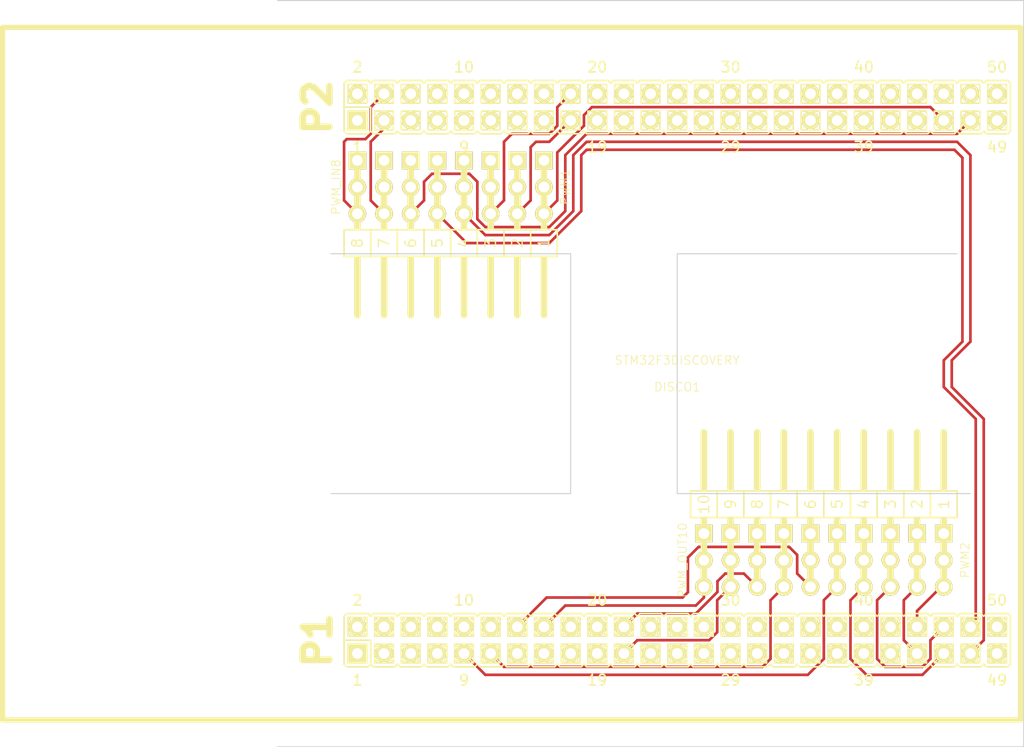
<source format=kicad_pcb>
(kicad_pcb (version 3) (host pcbnew "(2013-jul-07)-stable")

  (general
    (links 27)
    (no_connects 9)
    (area 107.925999 104.089999 205.934001 175.310001)
    (thickness 1.6)
    (drawings 18)
    (tracks 129)
    (zones 0)
    (modules 3)
    (nets 22)
  )

  (page A3)
  (layers
    (15 F.Cu signal)
    (0 B.Cu signal)
    (16 B.Adhes user)
    (17 F.Adhes user)
    (18 B.Paste user)
    (19 F.Paste user)
    (20 B.SilkS user)
    (21 F.SilkS user)
    (22 B.Mask user)
    (23 F.Mask user)
    (24 Dwgs.User user)
    (25 Cmts.User user)
    (26 Eco1.User user)
    (27 Eco2.User user)
    (28 Edge.Cuts user)
  )

  (setup
    (last_trace_width 0.254)
    (trace_clearance 0.254)
    (zone_clearance 0.508)
    (zone_45_only no)
    (trace_min 0.254)
    (segment_width 0.2)
    (edge_width 0.1)
    (via_size 0.889)
    (via_drill 0.635)
    (via_min_size 0.889)
    (via_min_drill 0.508)
    (uvia_size 0.508)
    (uvia_drill 0.127)
    (uvias_allowed no)
    (uvia_min_size 0.508)
    (uvia_min_drill 0.127)
    (pcb_text_width 0.3)
    (pcb_text_size 1.5 1.5)
    (mod_edge_width 0.1524)
    (mod_text_size 1 1)
    (mod_text_width 0.15)
    (pad_size 1.6764 1.6764)
    (pad_drill 1.016)
    (pad_to_mask_clearance 0)
    (aux_axis_origin 0 0)
    (visible_elements 7FFFFFFF)
    (pcbplotparams
      (layerselection 3178497)
      (usegerberextensions true)
      (excludeedgelayer true)
      (linewidth 0.150000)
      (plotframeref false)
      (viasonmask false)
      (mode 1)
      (useauxorigin false)
      (hpglpennumber 1)
      (hpglpenspeed 20)
      (hpglpendiameter 15)
      (hpglpenoverlay 2)
      (psnegative false)
      (psa4output false)
      (plotreference true)
      (plotvalue true)
      (plotothertext true)
      (plotinvisibletext false)
      (padsonsilk false)
      (subtractmaskfromsilk false)
      (outputformat 1)
      (mirror false)
      (drillshape 1)
      (scaleselection 1)
      (outputdirectory ""))
  )

  (net 0 "")
  (net 1 /GND)
  (net 2 /PWM_IN_1)
  (net 3 /PWM_IN_2)
  (net 4 /PWM_IN_3)
  (net 5 /PWM_IN_4)
  (net 6 /PWM_IN_5)
  (net 7 /PWM_IN_6)
  (net 8 /PWM_IN_7)
  (net 9 /PWM_IN_8)
  (net 10 /PWM_OUT_1)
  (net 11 /PWM_OUT_10)
  (net 12 /PWM_OUT_2)
  (net 13 /PWM_OUT_3)
  (net 14 /PWM_OUT_4)
  (net 15 /PWM_OUT_5)
  (net 16 /PWM_OUT_6)
  (net 17 /PWM_OUT_7)
  (net 18 /PWM_OUT_8)
  (net 19 /PWM_OUT_9)
  (net 20 /VCC_3V)
  (net 21 /VCC_5V)

  (net_class Default "This is the default net class."
    (clearance 0.254)
    (trace_width 0.254)
    (via_dia 0.889)
    (via_drill 0.635)
    (uvia_dia 0.508)
    (uvia_drill 0.127)
    (add_net "")
    (add_net /GND)
    (add_net /PWM_IN_1)
    (add_net /PWM_IN_2)
    (add_net /PWM_IN_3)
    (add_net /PWM_IN_4)
    (add_net /PWM_IN_5)
    (add_net /PWM_IN_6)
    (add_net /PWM_IN_7)
    (add_net /PWM_IN_8)
    (add_net /PWM_OUT_1)
    (add_net /PWM_OUT_10)
    (add_net /PWM_OUT_2)
    (add_net /PWM_OUT_3)
    (add_net /PWM_OUT_4)
    (add_net /PWM_OUT_5)
    (add_net /PWM_OUT_6)
    (add_net /PWM_OUT_7)
    (add_net /PWM_OUT_8)
    (add_net /PWM_OUT_9)
    (add_net /VCC_3V)
    (add_net /VCC_5V)
  )

  (module STMF3DISCOVERY (layer F.Cu) (tedit 5300EA41) (tstamp 52FE8E18)
    (at 172.72 139.7)
    (path /52FC4DC1)
    (fp_text reference DISCO1 (at 0 1.27) (layer F.SilkS)
      (effects (font (size 0.8128 0.8128) (thickness 0.0762)))
    )
    (fp_text value STM32F3DISCOVERY (at 0 -1.27) (layer F.SilkS)
      (effects (font (size 0.8128 0.8128) (thickness 0.0762)))
    )
    (fp_text user 49 (at 30.48 -21.59) (layer F.SilkS)
      (effects (font (size 1 1) (thickness 0.15)))
    )
    (fp_text user 39 (at 17.78 -21.59) (layer F.SilkS)
      (effects (font (size 1 1) (thickness 0.15)))
    )
    (fp_text user 29 (at 5.08 -21.59) (layer F.SilkS)
      (effects (font (size 1 1) (thickness 0.15)))
    )
    (fp_text user 19 (at -7.62 -21.59) (layer F.SilkS)
      (effects (font (size 1 1) (thickness 0.15)))
    )
    (fp_text user 9 (at -20.32 -21.59) (layer F.SilkS)
      (effects (font (size 1 1) (thickness 0.15)))
    )
    (fp_text user 49 (at 30.48 29.21) (layer F.SilkS)
      (effects (font (size 1 1) (thickness 0.15)))
    )
    (fp_text user 39 (at 17.78 29.21) (layer F.SilkS)
      (effects (font (size 1 1) (thickness 0.15)))
    )
    (fp_text user 29 (at 5.08 29.21) (layer F.SilkS)
      (effects (font (size 1 1) (thickness 0.15)))
    )
    (fp_text user 19 (at -7.62 29.21) (layer F.SilkS)
      (effects (font (size 1 1) (thickness 0.15)))
    )
    (fp_text user 9 (at -20.32 29.21) (layer F.SilkS)
      (effects (font (size 1 1) (thickness 0.15)))
    )
    (fp_text user P2 (at -34.29 -25.4 90) (layer F.SilkS)
      (effects (font (size 2.54 2.54) (thickness 0.635)))
    )
    (fp_text user P1 (at -34.29 25.4 90) (layer F.SilkS)
      (effects (font (size 2.54 2.54) (thickness 0.635)))
    )
    (fp_text user 50 (at 30.48 21.59) (layer F.SilkS)
      (effects (font (size 1 1) (thickness 0.15)))
    )
    (fp_text user 40 (at 17.78 21.59) (layer F.SilkS)
      (effects (font (size 1 1) (thickness 0.15)))
    )
    (fp_text user 30 (at 5.08 21.59) (layer F.SilkS)
      (effects (font (size 1 1) (thickness 0.15)))
    )
    (fp_text user 20 (at -7.62 21.59) (layer F.SilkS)
      (effects (font (size 1 1) (thickness 0.15)))
    )
    (fp_text user 10 (at -20.32 21.59) (layer F.SilkS)
      (effects (font (size 1 1) (thickness 0.15)))
    )
    (fp_text user 2 (at -30.48 21.59) (layer F.SilkS)
      (effects (font (size 1 1) (thickness 0.15)))
    )
    (fp_text user 1 (at -30.48 29.21) (layer F.SilkS)
      (effects (font (size 1 1) (thickness 0.15)))
    )
    (fp_text user 50 (at 30.48 -29.21) (layer F.SilkS)
      (effects (font (size 1 1) (thickness 0.15)))
    )
    (fp_text user 40 (at 17.78 -29.21) (layer F.SilkS)
      (effects (font (size 1 1) (thickness 0.15)))
    )
    (fp_text user 30 (at 5.08 -29.21) (layer F.SilkS)
      (effects (font (size 1 1) (thickness 0.15)))
    )
    (fp_text user 20 (at -7.62 -29.21) (layer F.SilkS)
      (effects (font (size 1 1) (thickness 0.15)))
    )
    (fp_text user 10 (at -20.32 -29.21) (layer F.SilkS)
      (effects (font (size 1 1) (thickness 0.15)))
    )
    (fp_text user 2 (at -30.48 -29.21) (layer F.SilkS)
      (effects (font (size 1 1) (thickness 0.15)))
    )
    (fp_text user 1 (at -30.48 -21.59) (layer F.SilkS)
      (effects (font (size 1 1) (thickness 0.15)))
    )
    (fp_line (start -64.29 33) (end 32.71 33) (layer F.SilkS) (width 0.5))
    (fp_line (start 32.71 33) (end 32.71 -33) (layer F.SilkS) (width 0.5))
    (fp_line (start 32.71 -33) (end -64.29 -33) (layer F.SilkS) (width 0.5))
    (fp_line (start -64.29 -33) (end -64.29 33) (layer F.SilkS) (width 0.5))
    (fp_line (start -29.972 -24.638) (end -29.591 -25.019) (layer F.SilkS) (width 0.15))
    (fp_line (start -29.591 -23.241) (end -29.972 -23.622) (layer F.SilkS) (width 0.15))
    (fp_line (start -31.369 -23.241) (end -30.988 -23.622) (layer F.SilkS) (width 0.15))
    (fp_line (start -30.988 -24.638) (end -31.369 -25.019) (layer F.SilkS) (width 0.15))
    (fp_line (start -30.988 -24.638) (end -29.972 -24.638) (layer F.SilkS) (width 0.15))
    (fp_line (start -29.972 -24.638) (end -29.972 -23.622) (layer F.SilkS) (width 0.15))
    (fp_line (start -29.972 -23.622) (end -30.988 -23.622) (layer F.SilkS) (width 0.15))
    (fp_line (start -30.988 -23.622) (end -30.988 -24.638) (layer F.SilkS) (width 0.15))
    (fp_line (start -31.75 -25.4) (end -29.21 -25.4) (layer F.SilkS) (width 0.15))
    (fp_line (start -29.21 -25.4) (end -29.21 -23.114) (layer F.SilkS) (width 0.15))
    (fp_line (start 29.591 -25.019) (end 31.369 -25.019) (layer F.SilkS) (width 0.15))
    (fp_line (start 31.369 -25.019) (end 31.369 -23.241) (layer F.SilkS) (width 0.15))
    (fp_line (start 31.369 -23.241) (end 29.591 -23.241) (layer F.SilkS) (width 0.15))
    (fp_line (start 29.591 -23.241) (end 29.591 -25.019) (layer F.SilkS) (width 0.15))
    (fp_line (start 29.591 -27.559) (end 31.369 -27.559) (layer F.SilkS) (width 0.15))
    (fp_line (start 31.369 -27.559) (end 31.369 -25.781) (layer F.SilkS) (width 0.15))
    (fp_line (start 31.369 -25.781) (end 29.591 -25.781) (layer F.SilkS) (width 0.15))
    (fp_line (start 29.591 -25.781) (end 29.591 -27.559) (layer F.SilkS) (width 0.15))
    (fp_line (start 27.051 -25.019) (end 28.829 -25.019) (layer F.SilkS) (width 0.15))
    (fp_line (start 28.829 -25.019) (end 28.829 -23.241) (layer F.SilkS) (width 0.15))
    (fp_line (start 28.829 -23.241) (end 27.051 -23.241) (layer F.SilkS) (width 0.15))
    (fp_line (start 27.051 -23.241) (end 27.051 -25.019) (layer F.SilkS) (width 0.15))
    (fp_line (start 27.051 -27.559) (end 28.829 -27.559) (layer F.SilkS) (width 0.15))
    (fp_line (start 28.829 -27.559) (end 28.829 -25.781) (layer F.SilkS) (width 0.15))
    (fp_line (start 28.829 -25.781) (end 27.051 -25.781) (layer F.SilkS) (width 0.15))
    (fp_line (start 27.051 -25.781) (end 27.051 -27.559) (layer F.SilkS) (width 0.15))
    (fp_line (start 24.511 -25.019) (end 26.289 -25.019) (layer F.SilkS) (width 0.15))
    (fp_line (start 26.289 -25.019) (end 26.289 -23.241) (layer F.SilkS) (width 0.15))
    (fp_line (start 26.289 -23.241) (end 24.511 -23.241) (layer F.SilkS) (width 0.15))
    (fp_line (start 24.511 -23.241) (end 24.511 -25.019) (layer F.SilkS) (width 0.15))
    (fp_line (start 24.511 -27.559) (end 26.289 -27.559) (layer F.SilkS) (width 0.15))
    (fp_line (start 26.289 -27.559) (end 26.289 -25.781) (layer F.SilkS) (width 0.15))
    (fp_line (start 26.289 -25.781) (end 24.511 -25.781) (layer F.SilkS) (width 0.15))
    (fp_line (start 24.511 -25.781) (end 24.511 -27.559) (layer F.SilkS) (width 0.15))
    (fp_line (start 21.971 -25.019) (end 23.749 -25.019) (layer F.SilkS) (width 0.15))
    (fp_line (start 23.749 -25.019) (end 23.749 -23.241) (layer F.SilkS) (width 0.15))
    (fp_line (start 23.749 -23.241) (end 21.971 -23.241) (layer F.SilkS) (width 0.15))
    (fp_line (start 21.971 -23.241) (end 21.971 -25.019) (layer F.SilkS) (width 0.15))
    (fp_line (start 21.971 -27.559) (end 23.749 -27.559) (layer F.SilkS) (width 0.15))
    (fp_line (start 23.749 -27.559) (end 23.749 -25.781) (layer F.SilkS) (width 0.15))
    (fp_line (start 23.749 -25.781) (end 21.971 -25.781) (layer F.SilkS) (width 0.15))
    (fp_line (start 21.971 -25.781) (end 21.971 -27.559) (layer F.SilkS) (width 0.15))
    (fp_line (start 19.431 -25.019) (end 21.209 -25.019) (layer F.SilkS) (width 0.15))
    (fp_line (start 21.209 -25.019) (end 21.209 -23.241) (layer F.SilkS) (width 0.15))
    (fp_line (start 21.209 -23.241) (end 19.431 -23.241) (layer F.SilkS) (width 0.15))
    (fp_line (start 19.431 -23.241) (end 19.431 -25.019) (layer F.SilkS) (width 0.15))
    (fp_line (start 19.431 -27.559) (end 21.209 -27.559) (layer F.SilkS) (width 0.15))
    (fp_line (start 21.209 -27.559) (end 21.209 -25.781) (layer F.SilkS) (width 0.15))
    (fp_line (start 21.209 -25.781) (end 19.431 -25.781) (layer F.SilkS) (width 0.15))
    (fp_line (start 19.431 -25.781) (end 19.431 -27.559) (layer F.SilkS) (width 0.15))
    (fp_line (start 16.891 -25.019) (end 18.669 -25.019) (layer F.SilkS) (width 0.15))
    (fp_line (start 18.669 -25.019) (end 18.669 -23.241) (layer F.SilkS) (width 0.15))
    (fp_line (start 18.669 -23.241) (end 16.891 -23.241) (layer F.SilkS) (width 0.15))
    (fp_line (start 16.891 -23.241) (end 16.891 -25.019) (layer F.SilkS) (width 0.15))
    (fp_line (start 16.891 -27.559) (end 18.669 -27.559) (layer F.SilkS) (width 0.15))
    (fp_line (start 18.669 -27.559) (end 18.669 -25.781) (layer F.SilkS) (width 0.15))
    (fp_line (start 18.669 -25.781) (end 16.891 -25.781) (layer F.SilkS) (width 0.15))
    (fp_line (start 16.891 -25.781) (end 16.891 -27.559) (layer F.SilkS) (width 0.15))
    (fp_line (start 14.351 -25.019) (end 16.129 -25.019) (layer F.SilkS) (width 0.15))
    (fp_line (start 16.129 -25.019) (end 16.129 -23.241) (layer F.SilkS) (width 0.15))
    (fp_line (start 16.129 -23.241) (end 14.351 -23.241) (layer F.SilkS) (width 0.15))
    (fp_line (start 14.351 -23.241) (end 14.351 -25.019) (layer F.SilkS) (width 0.15))
    (fp_line (start 14.351 -27.559) (end 16.129 -27.559) (layer F.SilkS) (width 0.15))
    (fp_line (start 16.129 -27.559) (end 16.129 -25.781) (layer F.SilkS) (width 0.15))
    (fp_line (start 16.129 -25.781) (end 14.351 -25.781) (layer F.SilkS) (width 0.15))
    (fp_line (start 14.351 -25.781) (end 14.351 -27.559) (layer F.SilkS) (width 0.15))
    (fp_line (start 11.811 -25.019) (end 13.589 -25.019) (layer F.SilkS) (width 0.15))
    (fp_line (start 13.589 -25.019) (end 13.589 -23.241) (layer F.SilkS) (width 0.15))
    (fp_line (start 13.589 -23.241) (end 11.811 -23.241) (layer F.SilkS) (width 0.15))
    (fp_line (start 11.811 -23.241) (end 11.811 -25.019) (layer F.SilkS) (width 0.15))
    (fp_line (start 11.811 -27.559) (end 13.589 -27.559) (layer F.SilkS) (width 0.15))
    (fp_line (start 13.589 -27.559) (end 13.589 -25.781) (layer F.SilkS) (width 0.15))
    (fp_line (start 13.589 -25.781) (end 11.811 -25.781) (layer F.SilkS) (width 0.15))
    (fp_line (start 11.811 -25.781) (end 11.811 -27.559) (layer F.SilkS) (width 0.15))
    (fp_line (start 9.271 -25.019) (end 11.049 -25.019) (layer F.SilkS) (width 0.15))
    (fp_line (start 11.049 -25.019) (end 11.049 -23.241) (layer F.SilkS) (width 0.15))
    (fp_line (start 11.049 -23.241) (end 9.271 -23.241) (layer F.SilkS) (width 0.15))
    (fp_line (start 9.271 -23.241) (end 9.271 -25.019) (layer F.SilkS) (width 0.15))
    (fp_line (start 9.271 -27.559) (end 11.049 -27.559) (layer F.SilkS) (width 0.15))
    (fp_line (start 11.049 -27.559) (end 11.049 -25.781) (layer F.SilkS) (width 0.15))
    (fp_line (start 11.049 -25.781) (end 9.271 -25.781) (layer F.SilkS) (width 0.15))
    (fp_line (start 9.271 -25.781) (end 9.271 -27.559) (layer F.SilkS) (width 0.15))
    (fp_line (start 6.731 -25.019) (end 8.509 -25.019) (layer F.SilkS) (width 0.15))
    (fp_line (start 8.509 -25.019) (end 8.509 -23.241) (layer F.SilkS) (width 0.15))
    (fp_line (start 8.509 -23.241) (end 6.731 -23.241) (layer F.SilkS) (width 0.15))
    (fp_line (start 6.731 -23.241) (end 6.731 -25.019) (layer F.SilkS) (width 0.15))
    (fp_line (start 6.731 -27.559) (end 8.509 -27.559) (layer F.SilkS) (width 0.15))
    (fp_line (start 8.509 -27.559) (end 8.509 -25.781) (layer F.SilkS) (width 0.15))
    (fp_line (start 8.509 -25.781) (end 6.731 -25.781) (layer F.SilkS) (width 0.15))
    (fp_line (start 6.731 -25.781) (end 6.731 -27.559) (layer F.SilkS) (width 0.15))
    (fp_line (start 4.191 -25.019) (end 5.969 -25.019) (layer F.SilkS) (width 0.15))
    (fp_line (start 5.969 -25.019) (end 5.969 -23.241) (layer F.SilkS) (width 0.15))
    (fp_line (start 5.969 -23.241) (end 4.191 -23.241) (layer F.SilkS) (width 0.15))
    (fp_line (start 4.191 -23.241) (end 4.191 -25.019) (layer F.SilkS) (width 0.15))
    (fp_line (start 4.191 -27.559) (end 5.969 -27.559) (layer F.SilkS) (width 0.15))
    (fp_line (start 5.969 -27.559) (end 5.969 -25.781) (layer F.SilkS) (width 0.15))
    (fp_line (start 5.969 -25.781) (end 4.191 -25.781) (layer F.SilkS) (width 0.15))
    (fp_line (start 4.191 -25.781) (end 4.191 -27.559) (layer F.SilkS) (width 0.15))
    (fp_line (start 1.651 -25.019) (end 3.429 -25.019) (layer F.SilkS) (width 0.15))
    (fp_line (start 3.429 -25.019) (end 3.429 -23.241) (layer F.SilkS) (width 0.15))
    (fp_line (start 3.429 -23.241) (end 1.651 -23.241) (layer F.SilkS) (width 0.15))
    (fp_line (start 1.651 -23.241) (end 1.651 -25.019) (layer F.SilkS) (width 0.15))
    (fp_line (start 1.651 -27.559) (end 3.429 -27.559) (layer F.SilkS) (width 0.15))
    (fp_line (start 3.429 -27.559) (end 3.429 -25.781) (layer F.SilkS) (width 0.15))
    (fp_line (start 3.429 -25.781) (end 1.651 -25.781) (layer F.SilkS) (width 0.15))
    (fp_line (start 1.651 -25.781) (end 1.651 -27.559) (layer F.SilkS) (width 0.15))
    (fp_line (start -0.889 -25.019) (end 0.889 -25.019) (layer F.SilkS) (width 0.15))
    (fp_line (start 0.889 -25.019) (end 0.889 -23.241) (layer F.SilkS) (width 0.15))
    (fp_line (start 0.889 -23.241) (end -0.889 -23.241) (layer F.SilkS) (width 0.15))
    (fp_line (start -0.889 -23.241) (end -0.889 -25.019) (layer F.SilkS) (width 0.15))
    (fp_line (start -0.889 -27.559) (end 0.889 -27.559) (layer F.SilkS) (width 0.15))
    (fp_line (start 0.889 -27.559) (end 0.889 -25.781) (layer F.SilkS) (width 0.15))
    (fp_line (start 0.889 -25.781) (end -0.889 -25.781) (layer F.SilkS) (width 0.15))
    (fp_line (start -0.889 -25.781) (end -0.889 -27.559) (layer F.SilkS) (width 0.15))
    (fp_line (start -3.429 -25.019) (end -1.651 -25.019) (layer F.SilkS) (width 0.15))
    (fp_line (start -1.651 -25.019) (end -1.651 -23.241) (layer F.SilkS) (width 0.15))
    (fp_line (start -1.651 -23.241) (end -3.429 -23.241) (layer F.SilkS) (width 0.15))
    (fp_line (start -3.429 -23.241) (end -3.429 -25.019) (layer F.SilkS) (width 0.15))
    (fp_line (start -3.429 -27.559) (end -1.651 -27.559) (layer F.SilkS) (width 0.15))
    (fp_line (start -1.651 -27.559) (end -1.651 -25.781) (layer F.SilkS) (width 0.15))
    (fp_line (start -1.651 -25.781) (end -3.429 -25.781) (layer F.SilkS) (width 0.15))
    (fp_line (start -3.429 -25.781) (end -3.429 -27.559) (layer F.SilkS) (width 0.15))
    (fp_line (start -5.969 -25.019) (end -4.191 -25.019) (layer F.SilkS) (width 0.15))
    (fp_line (start -4.191 -25.019) (end -4.191 -23.241) (layer F.SilkS) (width 0.15))
    (fp_line (start -4.191 -23.241) (end -5.969 -23.241) (layer F.SilkS) (width 0.15))
    (fp_line (start -5.969 -23.241) (end -5.969 -25.019) (layer F.SilkS) (width 0.15))
    (fp_line (start -5.969 -27.559) (end -4.191 -27.559) (layer F.SilkS) (width 0.15))
    (fp_line (start -4.191 -27.559) (end -4.191 -25.781) (layer F.SilkS) (width 0.15))
    (fp_line (start -4.191 -25.781) (end -5.969 -25.781) (layer F.SilkS) (width 0.15))
    (fp_line (start -5.969 -25.781) (end -5.969 -27.559) (layer F.SilkS) (width 0.15))
    (fp_line (start -8.509 -25.019) (end -6.731 -25.019) (layer F.SilkS) (width 0.15))
    (fp_line (start -6.731 -25.019) (end -6.731 -23.241) (layer F.SilkS) (width 0.15))
    (fp_line (start -6.731 -23.241) (end -8.509 -23.241) (layer F.SilkS) (width 0.15))
    (fp_line (start -8.509 -23.241) (end -8.509 -25.019) (layer F.SilkS) (width 0.15))
    (fp_line (start -8.509 -27.559) (end -6.731 -27.559) (layer F.SilkS) (width 0.15))
    (fp_line (start -6.731 -27.559) (end -6.731 -25.781) (layer F.SilkS) (width 0.15))
    (fp_line (start -6.731 -25.781) (end -8.509 -25.781) (layer F.SilkS) (width 0.15))
    (fp_line (start -8.509 -25.781) (end -8.509 -27.559) (layer F.SilkS) (width 0.15))
    (fp_line (start -11.049 -25.019) (end -9.271 -25.019) (layer F.SilkS) (width 0.15))
    (fp_line (start -9.271 -25.019) (end -9.271 -23.241) (layer F.SilkS) (width 0.15))
    (fp_line (start -9.271 -23.241) (end -11.049 -23.241) (layer F.SilkS) (width 0.15))
    (fp_line (start -11.049 -23.241) (end -11.049 -25.019) (layer F.SilkS) (width 0.15))
    (fp_line (start -11.049 -27.559) (end -9.271 -27.559) (layer F.SilkS) (width 0.15))
    (fp_line (start -9.271 -27.559) (end -9.271 -25.781) (layer F.SilkS) (width 0.15))
    (fp_line (start -9.271 -25.781) (end -11.049 -25.781) (layer F.SilkS) (width 0.15))
    (fp_line (start -11.049 -25.781) (end -11.049 -27.559) (layer F.SilkS) (width 0.15))
    (fp_line (start -13.589 -25.019) (end -11.811 -25.019) (layer F.SilkS) (width 0.15))
    (fp_line (start -11.811 -25.019) (end -11.811 -23.241) (layer F.SilkS) (width 0.15))
    (fp_line (start -11.811 -23.241) (end -13.589 -23.241) (layer F.SilkS) (width 0.15))
    (fp_line (start -13.589 -23.241) (end -13.589 -25.019) (layer F.SilkS) (width 0.15))
    (fp_line (start -13.589 -27.559) (end -11.811 -27.559) (layer F.SilkS) (width 0.15))
    (fp_line (start -11.811 -27.559) (end -11.811 -25.781) (layer F.SilkS) (width 0.15))
    (fp_line (start -11.811 -25.781) (end -13.589 -25.781) (layer F.SilkS) (width 0.15))
    (fp_line (start -13.589 -25.781) (end -13.589 -27.559) (layer F.SilkS) (width 0.15))
    (fp_line (start -16.129 -25.019) (end -14.351 -25.019) (layer F.SilkS) (width 0.15))
    (fp_line (start -14.351 -25.019) (end -14.351 -23.241) (layer F.SilkS) (width 0.15))
    (fp_line (start -14.351 -23.241) (end -16.129 -23.241) (layer F.SilkS) (width 0.15))
    (fp_line (start -16.129 -23.241) (end -16.129 -25.019) (layer F.SilkS) (width 0.15))
    (fp_line (start -16.129 -27.559) (end -14.351 -27.559) (layer F.SilkS) (width 0.15))
    (fp_line (start -14.351 -27.559) (end -14.351 -25.781) (layer F.SilkS) (width 0.15))
    (fp_line (start -14.351 -25.781) (end -16.129 -25.781) (layer F.SilkS) (width 0.15))
    (fp_line (start -16.129 -25.781) (end -16.129 -27.559) (layer F.SilkS) (width 0.15))
    (fp_line (start -18.669 -25.019) (end -16.891 -25.019) (layer F.SilkS) (width 0.15))
    (fp_line (start -16.891 -25.019) (end -16.891 -23.241) (layer F.SilkS) (width 0.15))
    (fp_line (start -16.891 -23.241) (end -18.669 -23.241) (layer F.SilkS) (width 0.15))
    (fp_line (start -18.669 -23.241) (end -18.669 -25.019) (layer F.SilkS) (width 0.15))
    (fp_line (start -18.669 -27.559) (end -16.891 -27.559) (layer F.SilkS) (width 0.15))
    (fp_line (start -16.891 -27.559) (end -16.891 -25.781) (layer F.SilkS) (width 0.15))
    (fp_line (start -16.891 -25.781) (end -18.669 -25.781) (layer F.SilkS) (width 0.15))
    (fp_line (start -18.669 -25.781) (end -18.669 -27.559) (layer F.SilkS) (width 0.15))
    (fp_line (start -21.209 -25.019) (end -19.431 -25.019) (layer F.SilkS) (width 0.15))
    (fp_line (start -19.431 -25.019) (end -19.431 -23.241) (layer F.SilkS) (width 0.15))
    (fp_line (start -19.431 -23.241) (end -21.209 -23.241) (layer F.SilkS) (width 0.15))
    (fp_line (start -21.209 -23.241) (end -21.209 -25.019) (layer F.SilkS) (width 0.15))
    (fp_line (start -21.209 -27.559) (end -19.431 -27.559) (layer F.SilkS) (width 0.15))
    (fp_line (start -19.431 -27.559) (end -19.431 -25.781) (layer F.SilkS) (width 0.15))
    (fp_line (start -19.431 -25.781) (end -21.209 -25.781) (layer F.SilkS) (width 0.15))
    (fp_line (start -21.209 -25.781) (end -21.209 -27.559) (layer F.SilkS) (width 0.15))
    (fp_line (start -23.749 -25.019) (end -21.971 -25.019) (layer F.SilkS) (width 0.15))
    (fp_line (start -21.971 -25.019) (end -21.971 -23.241) (layer F.SilkS) (width 0.15))
    (fp_line (start -21.971 -23.241) (end -23.749 -23.241) (layer F.SilkS) (width 0.15))
    (fp_line (start -23.749 -23.241) (end -23.749 -25.019) (layer F.SilkS) (width 0.15))
    (fp_line (start -23.749 -27.559) (end -21.971 -27.559) (layer F.SilkS) (width 0.15))
    (fp_line (start -21.971 -27.559) (end -21.971 -25.781) (layer F.SilkS) (width 0.15))
    (fp_line (start -21.971 -25.781) (end -23.749 -25.781) (layer F.SilkS) (width 0.15))
    (fp_line (start -23.749 -25.781) (end -23.749 -27.559) (layer F.SilkS) (width 0.15))
    (fp_line (start -26.289 -25.019) (end -24.511 -25.019) (layer F.SilkS) (width 0.15))
    (fp_line (start -24.511 -25.019) (end -24.511 -23.241) (layer F.SilkS) (width 0.15))
    (fp_line (start -24.511 -23.241) (end -26.289 -23.241) (layer F.SilkS) (width 0.15))
    (fp_line (start -26.289 -23.241) (end -26.289 -25.019) (layer F.SilkS) (width 0.15))
    (fp_line (start -26.289 -25.781) (end -26.289 -27.559) (layer F.SilkS) (width 0.15))
    (fp_line (start -26.289 -27.559) (end -24.511 -27.559) (layer F.SilkS) (width 0.15))
    (fp_line (start -24.511 -27.559) (end -24.511 -25.781) (layer F.SilkS) (width 0.15))
    (fp_line (start -24.511 -25.781) (end -26.289 -25.781) (layer F.SilkS) (width 0.15))
    (fp_line (start -28.829 -25.019) (end -27.051 -25.019) (layer F.SilkS) (width 0.15))
    (fp_line (start -27.051 -25.019) (end -27.051 -23.241) (layer F.SilkS) (width 0.15))
    (fp_line (start -27.051 -23.241) (end -28.829 -23.241) (layer F.SilkS) (width 0.15))
    (fp_line (start -28.829 -23.241) (end -28.829 -25.019) (layer F.SilkS) (width 0.15))
    (fp_line (start -28.829 -25.781) (end -28.829 -27.559) (layer F.SilkS) (width 0.15))
    (fp_line (start -28.829 -27.559) (end -27.051 -27.559) (layer F.SilkS) (width 0.15))
    (fp_line (start -27.051 -27.559) (end -27.051 -25.781) (layer F.SilkS) (width 0.15))
    (fp_line (start -27.051 -25.781) (end -28.829 -25.781) (layer F.SilkS) (width 0.15))
    (fp_line (start -31.369 -25.781) (end -31.369 -27.559) (layer F.SilkS) (width 0.15))
    (fp_line (start -31.369 -27.559) (end -29.591 -27.559) (layer F.SilkS) (width 0.15))
    (fp_line (start -29.591 -27.559) (end -29.591 -25.781) (layer F.SilkS) (width 0.15))
    (fp_line (start -29.591 -25.781) (end -31.369 -25.781) (layer F.SilkS) (width 0.15))
    (fp_line (start -31.369 -23.241) (end -31.369 -25.019) (layer F.SilkS) (width 0.15))
    (fp_line (start -31.369 -25.019) (end -29.591 -25.019) (layer F.SilkS) (width 0.15))
    (fp_line (start -29.591 -25.019) (end -29.591 -23.241) (layer F.SilkS) (width 0.15))
    (fp_line (start -29.591 -23.241) (end -31.369 -23.241) (layer F.SilkS) (width 0.15))
    (fp_line (start -31.496 -27.94) (end -29.464 -27.94) (layer F.SilkS) (width 0.15))
    (fp_line (start -29.464 -27.94) (end -29.21 -27.686) (layer F.SilkS) (width 0.15))
    (fp_line (start -29.21 -27.686) (end -28.956 -27.94) (layer F.SilkS) (width 0.15))
    (fp_line (start -28.956 -27.94) (end -26.924 -27.94) (layer F.SilkS) (width 0.15))
    (fp_line (start -26.924 -27.94) (end -26.67 -27.686) (layer F.SilkS) (width 0.15))
    (fp_line (start -26.67 -27.686) (end -26.416 -27.94) (layer F.SilkS) (width 0.15))
    (fp_line (start -26.416 -27.94) (end -24.384 -27.94) (layer F.SilkS) (width 0.15))
    (fp_line (start -24.384 -27.94) (end -24.13 -27.686) (layer F.SilkS) (width 0.15))
    (fp_line (start -24.13 -27.686) (end -23.876 -27.94) (layer F.SilkS) (width 0.15))
    (fp_line (start -23.876 -27.94) (end -21.844 -27.94) (layer F.SilkS) (width 0.15))
    (fp_line (start -21.844 -27.94) (end -21.59 -27.686) (layer F.SilkS) (width 0.15))
    (fp_line (start -21.59 -27.686) (end -21.336 -27.94) (layer F.SilkS) (width 0.15))
    (fp_line (start -21.336 -27.94) (end -19.304 -27.94) (layer F.SilkS) (width 0.15))
    (fp_line (start -19.304 -27.94) (end -19.05 -27.686) (layer F.SilkS) (width 0.15))
    (fp_line (start -19.05 -27.686) (end -18.796 -27.94) (layer F.SilkS) (width 0.15))
    (fp_line (start -18.796 -27.94) (end -16.764 -27.94) (layer F.SilkS) (width 0.15))
    (fp_line (start -16.764 -27.94) (end -16.51 -27.686) (layer F.SilkS) (width 0.15))
    (fp_line (start -16.51 -27.686) (end -16.256 -27.94) (layer F.SilkS) (width 0.15))
    (fp_line (start -16.256 -27.94) (end -14.224 -27.94) (layer F.SilkS) (width 0.15))
    (fp_line (start -14.224 -27.94) (end -13.97 -27.686) (layer F.SilkS) (width 0.15))
    (fp_line (start -13.97 -27.686) (end -13.716 -27.94) (layer F.SilkS) (width 0.15))
    (fp_line (start -13.716 -27.94) (end -11.684 -27.94) (layer F.SilkS) (width 0.15))
    (fp_line (start -11.684 -27.94) (end -11.43 -27.686) (layer F.SilkS) (width 0.15))
    (fp_line (start -11.43 -27.686) (end -11.176 -27.94) (layer F.SilkS) (width 0.15))
    (fp_line (start -11.176 -27.94) (end -9.144 -27.94) (layer F.SilkS) (width 0.15))
    (fp_line (start -9.144 -27.94) (end -8.89 -27.686) (layer F.SilkS) (width 0.15))
    (fp_line (start -8.89 -27.686) (end -8.636 -27.94) (layer F.SilkS) (width 0.15))
    (fp_line (start -8.636 -27.94) (end -6.604 -27.94) (layer F.SilkS) (width 0.15))
    (fp_line (start -6.604 -27.94) (end -6.35 -27.686) (layer F.SilkS) (width 0.15))
    (fp_line (start -6.35 -27.686) (end -6.096 -27.94) (layer F.SilkS) (width 0.15))
    (fp_line (start -6.096 -27.94) (end -4.064 -27.94) (layer F.SilkS) (width 0.15))
    (fp_line (start -4.064 -27.94) (end -3.81 -27.686) (layer F.SilkS) (width 0.15))
    (fp_line (start -3.81 -27.686) (end -3.556 -27.94) (layer F.SilkS) (width 0.15))
    (fp_line (start -3.556 -27.94) (end -1.524 -27.94) (layer F.SilkS) (width 0.15))
    (fp_line (start -1.524 -27.94) (end -1.27 -27.686) (layer F.SilkS) (width 0.15))
    (fp_line (start -1.27 -27.686) (end -1.016 -27.94) (layer F.SilkS) (width 0.15))
    (fp_line (start -1.016 -27.94) (end 1.016 -27.94) (layer F.SilkS) (width 0.15))
    (fp_line (start 1.016 -27.94) (end 1.27 -27.686) (layer F.SilkS) (width 0.15))
    (fp_line (start 1.27 -27.686) (end 1.524 -27.94) (layer F.SilkS) (width 0.15))
    (fp_line (start 1.524 -27.94) (end 3.556 -27.94) (layer F.SilkS) (width 0.15))
    (fp_line (start 3.556 -27.94) (end 3.81 -27.686) (layer F.SilkS) (width 0.15))
    (fp_line (start 3.81 -27.686) (end 4.064 -27.94) (layer F.SilkS) (width 0.15))
    (fp_line (start 4.064 -27.94) (end 6.096 -27.94) (layer F.SilkS) (width 0.15))
    (fp_line (start 6.096 -27.94) (end 6.35 -27.686) (layer F.SilkS) (width 0.15))
    (fp_line (start 6.35 -27.686) (end 6.604 -27.94) (layer F.SilkS) (width 0.15))
    (fp_line (start 6.604 -27.94) (end 8.636 -27.94) (layer F.SilkS) (width 0.15))
    (fp_line (start 8.636 -27.94) (end 8.89 -27.686) (layer F.SilkS) (width 0.15))
    (fp_line (start 8.89 -27.686) (end 9.144 -27.94) (layer F.SilkS) (width 0.15))
    (fp_line (start 9.144 -27.94) (end 11.176 -27.94) (layer F.SilkS) (width 0.15))
    (fp_line (start 11.176 -27.94) (end 11.43 -27.686) (layer F.SilkS) (width 0.15))
    (fp_line (start 11.43 -27.686) (end 11.684 -27.94) (layer F.SilkS) (width 0.15))
    (fp_line (start 11.684 -27.94) (end 13.716 -27.94) (layer F.SilkS) (width 0.15))
    (fp_line (start 13.716 -27.94) (end 13.97 -27.686) (layer F.SilkS) (width 0.15))
    (fp_line (start 13.97 -27.686) (end 14.224 -27.94) (layer F.SilkS) (width 0.15))
    (fp_line (start 14.224 -27.94) (end 16.256 -27.94) (layer F.SilkS) (width 0.15))
    (fp_line (start 16.256 -27.94) (end 16.51 -27.686) (layer F.SilkS) (width 0.15))
    (fp_line (start 16.51 -27.686) (end 16.764 -27.94) (layer F.SilkS) (width 0.15))
    (fp_line (start 16.764 -27.94) (end 18.796 -27.94) (layer F.SilkS) (width 0.15))
    (fp_line (start 18.796 -27.94) (end 19.05 -27.686) (layer F.SilkS) (width 0.15))
    (fp_line (start 19.05 -27.686) (end 19.304 -27.94) (layer F.SilkS) (width 0.15))
    (fp_line (start 19.304 -27.94) (end 21.336 -27.94) (layer F.SilkS) (width 0.15))
    (fp_line (start 21.336 -27.94) (end 21.59 -27.686) (layer F.SilkS) (width 0.15))
    (fp_line (start 21.59 -27.686) (end 21.844 -27.94) (layer F.SilkS) (width 0.15))
    (fp_line (start 21.844 -27.94) (end 23.876 -27.94) (layer F.SilkS) (width 0.15))
    (fp_line (start 23.876 -27.94) (end 24.13 -27.686) (layer F.SilkS) (width 0.15))
    (fp_line (start 24.13 -27.686) (end 24.384 -27.94) (layer F.SilkS) (width 0.15))
    (fp_line (start 24.384 -27.94) (end 26.416 -27.94) (layer F.SilkS) (width 0.15))
    (fp_line (start 26.416 -27.94) (end 26.67 -27.686) (layer F.SilkS) (width 0.15))
    (fp_line (start 26.67 -27.686) (end 26.924 -27.94) (layer F.SilkS) (width 0.15))
    (fp_line (start 26.924 -27.94) (end 28.956 -27.94) (layer F.SilkS) (width 0.15))
    (fp_line (start 28.956 -27.94) (end 29.21 -27.686) (layer F.SilkS) (width 0.15))
    (fp_line (start 29.21 -27.686) (end 29.464 -27.94) (layer F.SilkS) (width 0.15))
    (fp_line (start 29.464 -27.94) (end 31.496 -27.94) (layer F.SilkS) (width 0.15))
    (fp_line (start 31.496 -27.94) (end 31.75 -27.686) (layer F.SilkS) (width 0.15))
    (fp_line (start 31.75 -27.686) (end 31.75 -27.432) (layer F.SilkS) (width 0.15))
    (fp_line (start 29.464 -22.86) (end 31.496 -22.86) (layer F.SilkS) (width 0.15))
    (fp_line (start 31.496 -22.86) (end 31.75 -23.114) (layer F.SilkS) (width 0.15))
    (fp_line (start 31.75 -23.114) (end 31.75 -27.432) (layer F.SilkS) (width 0.15))
    (fp_line (start -31.496 -22.86) (end -29.464 -22.86) (layer F.SilkS) (width 0.15))
    (fp_line (start -29.464 -22.86) (end -29.21 -23.114) (layer F.SilkS) (width 0.15))
    (fp_line (start -29.21 -23.114) (end -28.956 -22.86) (layer F.SilkS) (width 0.15))
    (fp_line (start -28.956 -22.86) (end -26.924 -22.86) (layer F.SilkS) (width 0.15))
    (fp_line (start -26.924 -22.86) (end -26.67 -23.114) (layer F.SilkS) (width 0.15))
    (fp_line (start -26.67 -23.114) (end -26.416 -22.86) (layer F.SilkS) (width 0.15))
    (fp_line (start -26.416 -22.86) (end -24.384 -22.86) (layer F.SilkS) (width 0.15))
    (fp_line (start -24.384 -22.86) (end -24.13 -23.114) (layer F.SilkS) (width 0.15))
    (fp_line (start -24.13 -23.114) (end -23.876 -22.86) (layer F.SilkS) (width 0.15))
    (fp_line (start -23.876 -22.86) (end -21.844 -22.86) (layer F.SilkS) (width 0.15))
    (fp_line (start -21.844 -22.86) (end -21.59 -23.114) (layer F.SilkS) (width 0.15))
    (fp_line (start -21.59 -23.114) (end -21.336 -22.86) (layer F.SilkS) (width 0.15))
    (fp_line (start -21.336 -22.86) (end -19.304 -22.86) (layer F.SilkS) (width 0.15))
    (fp_line (start -19.304 -22.86) (end -19.05 -23.114) (layer F.SilkS) (width 0.15))
    (fp_line (start -19.05 -23.114) (end -18.796 -22.86) (layer F.SilkS) (width 0.15))
    (fp_line (start -18.796 -22.86) (end -16.764 -22.86) (layer F.SilkS) (width 0.15))
    (fp_line (start -16.764 -22.86) (end -16.51 -23.114) (layer F.SilkS) (width 0.15))
    (fp_line (start -16.51 -23.114) (end -16.256 -22.86) (layer F.SilkS) (width 0.15))
    (fp_line (start -16.256 -22.86) (end -14.224 -22.86) (layer F.SilkS) (width 0.15))
    (fp_line (start -14.224 -22.86) (end -13.97 -23.114) (layer F.SilkS) (width 0.15))
    (fp_line (start -13.97 -23.114) (end -13.716 -22.86) (layer F.SilkS) (width 0.15))
    (fp_line (start -13.716 -22.86) (end -11.684 -22.86) (layer F.SilkS) (width 0.15))
    (fp_line (start -11.684 -22.86) (end -11.43 -23.114) (layer F.SilkS) (width 0.15))
    (fp_line (start -11.43 -23.114) (end -11.176 -22.86) (layer F.SilkS) (width 0.15))
    (fp_line (start -11.176 -22.86) (end -9.144 -22.86) (layer F.SilkS) (width 0.15))
    (fp_line (start -9.144 -22.86) (end -8.89 -23.114) (layer F.SilkS) (width 0.15))
    (fp_line (start -8.89 -23.114) (end -8.636 -22.86) (layer F.SilkS) (width 0.15))
    (fp_line (start -8.636 -22.86) (end -6.604 -22.86) (layer F.SilkS) (width 0.15))
    (fp_line (start -6.604 -22.86) (end -6.35 -23.114) (layer F.SilkS) (width 0.15))
    (fp_line (start -6.35 -23.114) (end -6.096 -22.86) (layer F.SilkS) (width 0.15))
    (fp_line (start -6.096 -22.86) (end -4.064 -22.86) (layer F.SilkS) (width 0.15))
    (fp_line (start -4.064 -22.86) (end -3.81 -23.114) (layer F.SilkS) (width 0.15))
    (fp_line (start -3.81 -23.114) (end -3.556 -22.86) (layer F.SilkS) (width 0.15))
    (fp_line (start -3.556 -22.86) (end -1.524 -22.86) (layer F.SilkS) (width 0.15))
    (fp_line (start -1.524 -22.86) (end -1.27 -23.114) (layer F.SilkS) (width 0.15))
    (fp_line (start -1.27 -23.114) (end -1.016 -22.86) (layer F.SilkS) (width 0.15))
    (fp_line (start -1.016 -22.86) (end 1.016 -22.86) (layer F.SilkS) (width 0.15))
    (fp_line (start 1.016 -22.86) (end 1.27 -23.114) (layer F.SilkS) (width 0.15))
    (fp_line (start 1.27 -23.114) (end 1.524 -22.86) (layer F.SilkS) (width 0.15))
    (fp_line (start 1.524 -22.86) (end 3.556 -22.86) (layer F.SilkS) (width 0.15))
    (fp_line (start 3.556 -22.86) (end 3.81 -23.114) (layer F.SilkS) (width 0.15))
    (fp_line (start 3.81 -23.114) (end 4.064 -22.86) (layer F.SilkS) (width 0.15))
    (fp_line (start 4.064 -22.86) (end 6.096 -22.86) (layer F.SilkS) (width 0.15))
    (fp_line (start 6.096 -22.86) (end 6.35 -23.114) (layer F.SilkS) (width 0.15))
    (fp_line (start 6.35 -23.114) (end 6.604 -22.86) (layer F.SilkS) (width 0.15))
    (fp_line (start 6.604 -22.86) (end 8.636 -22.86) (layer F.SilkS) (width 0.15))
    (fp_line (start 8.636 -22.86) (end 8.89 -23.114) (layer F.SilkS) (width 0.15))
    (fp_line (start 8.89 -23.114) (end 9.144 -22.86) (layer F.SilkS) (width 0.15))
    (fp_line (start 9.144 -22.86) (end 11.176 -22.86) (layer F.SilkS) (width 0.15))
    (fp_line (start 11.176 -22.86) (end 11.43 -23.114) (layer F.SilkS) (width 0.15))
    (fp_line (start 11.43 -23.114) (end 11.684 -22.86) (layer F.SilkS) (width 0.15))
    (fp_line (start 11.684 -22.86) (end 13.716 -22.86) (layer F.SilkS) (width 0.15))
    (fp_line (start 13.716 -22.86) (end 13.97 -23.114) (layer F.SilkS) (width 0.15))
    (fp_line (start 13.97 -23.114) (end 14.224 -22.86) (layer F.SilkS) (width 0.15))
    (fp_line (start 14.224 -22.86) (end 16.256 -22.86) (layer F.SilkS) (width 0.15))
    (fp_line (start 16.256 -22.86) (end 16.51 -23.114) (layer F.SilkS) (width 0.15))
    (fp_line (start 16.51 -23.114) (end 16.764 -22.86) (layer F.SilkS) (width 0.15))
    (fp_line (start 16.764 -22.86) (end 18.796 -22.86) (layer F.SilkS) (width 0.15))
    (fp_line (start 18.796 -22.86) (end 19.05 -23.114) (layer F.SilkS) (width 0.15))
    (fp_line (start 19.05 -23.114) (end 19.304 -22.86) (layer F.SilkS) (width 0.15))
    (fp_line (start 19.304 -22.86) (end 21.336 -22.86) (layer F.SilkS) (width 0.15))
    (fp_line (start 21.336 -22.86) (end 21.59 -23.114) (layer F.SilkS) (width 0.15))
    (fp_line (start 21.59 -23.114) (end 21.844 -22.86) (layer F.SilkS) (width 0.15))
    (fp_line (start 21.844 -22.86) (end 23.876 -22.86) (layer F.SilkS) (width 0.15))
    (fp_line (start 23.876 -22.86) (end 24.13 -23.114) (layer F.SilkS) (width 0.15))
    (fp_line (start 24.13 -23.114) (end 24.384 -22.86) (layer F.SilkS) (width 0.15))
    (fp_line (start 24.384 -22.86) (end 26.416 -22.86) (layer F.SilkS) (width 0.15))
    (fp_line (start 26.416 -22.86) (end 26.67 -23.114) (layer F.SilkS) (width 0.15))
    (fp_line (start 26.67 -23.114) (end 26.924 -22.86) (layer F.SilkS) (width 0.15))
    (fp_line (start 26.924 -22.86) (end 28.956 -22.86) (layer F.SilkS) (width 0.15))
    (fp_line (start 28.956 -22.86) (end 29.21 -23.114) (layer F.SilkS) (width 0.15))
    (fp_line (start 29.21 -23.114) (end 29.464 -22.86) (layer F.SilkS) (width 0.15))
    (fp_line (start -31.496 -22.86) (end -31.75 -23.114) (layer F.SilkS) (width 0.15))
    (fp_line (start -31.75 -23.114) (end -31.75 -27.686) (layer F.SilkS) (width 0.15))
    (fp_line (start -31.75 -27.686) (end -31.496 -27.94) (layer F.SilkS) (width 0.15))
    (fp_line (start -31.75 25.4) (end -29.21 25.4) (layer F.SilkS) (width 0.15))
    (fp_line (start -29.21 25.4) (end -29.21 27.686) (layer F.SilkS) (width 0.15))
    (fp_line (start -31.369 25.019) (end -30.988 24.638) (layer F.SilkS) (width 0.15))
    (fp_line (start -30.988 23.622) (end -31.369 23.241) (layer F.SilkS) (width 0.15))
    (fp_line (start -29.972 23.622) (end -29.591 23.241) (layer F.SilkS) (width 0.15))
    (fp_line (start -29.591 25.019) (end -29.972 24.638) (layer F.SilkS) (width 0.15))
    (fp_line (start -28.829 25.019) (end -28.448 24.638) (layer F.SilkS) (width 0.15))
    (fp_line (start -28.448 23.622) (end -28.829 23.241) (layer F.SilkS) (width 0.15))
    (fp_line (start -27.432 23.622) (end -27.051 23.241) (layer F.SilkS) (width 0.15))
    (fp_line (start -27.051 25.019) (end -27.432 24.638) (layer F.SilkS) (width 0.15))
    (fp_line (start -28.829 27.559) (end -28.448 27.178) (layer F.SilkS) (width 0.15))
    (fp_line (start -28.448 26.162) (end -28.829 25.781) (layer F.SilkS) (width 0.15))
    (fp_line (start -27.432 26.162) (end -27.051 25.781) (layer F.SilkS) (width 0.15))
    (fp_line (start -27.051 27.559) (end -27.432 27.178) (layer F.SilkS) (width 0.15))
    (fp_line (start -25.908 27.178) (end -26.289 27.559) (layer F.SilkS) (width 0.15))
    (fp_line (start -24.511 27.559) (end -24.892 27.178) (layer F.SilkS) (width 0.15))
    (fp_line (start -24.892 26.162) (end -24.511 25.781) (layer F.SilkS) (width 0.15))
    (fp_line (start -26.289 25.781) (end -25.908 26.162) (layer F.SilkS) (width 0.15))
    (fp_line (start -26.289 25.019) (end -25.908 24.638) (layer F.SilkS) (width 0.15))
    (fp_line (start -25.908 23.622) (end -26.289 23.241) (layer F.SilkS) (width 0.15))
    (fp_line (start -24.892 23.622) (end -24.511 23.241) (layer F.SilkS) (width 0.15))
    (fp_line (start -24.511 25.019) (end -24.892 24.638) (layer F.SilkS) (width 0.15))
    (fp_line (start -23.368 24.638) (end -23.749 25.019) (layer F.SilkS) (width 0.15))
    (fp_line (start -23.749 23.241) (end -23.368 23.622) (layer F.SilkS) (width 0.15))
    (fp_line (start -22.352 23.622) (end -21.971 23.241) (layer F.SilkS) (width 0.15))
    (fp_line (start -21.971 25.019) (end -22.352 24.638) (layer F.SilkS) (width 0.15))
    (fp_line (start -23.368 26.162) (end -23.749 25.781) (layer F.SilkS) (width 0.15))
    (fp_line (start -23.749 27.559) (end -23.368 27.178) (layer F.SilkS) (width 0.15))
    (fp_line (start -22.352 27.178) (end -21.971 27.559) (layer F.SilkS) (width 0.15))
    (fp_line (start -21.971 25.781) (end -22.352 26.162) (layer F.SilkS) (width 0.15))
    (fp_line (start -22.352 26.162) (end -22.352 26.289) (layer F.SilkS) (width 0.15))
    (fp_line (start -22.352 26.289) (end -22.352 26.162) (layer F.SilkS) (width 0.15))
    (fp_line (start -19.812 26.162) (end -19.431 25.781) (layer F.SilkS) (width 0.15))
    (fp_line (start -19.431 27.559) (end -19.812 27.178) (layer F.SilkS) (width 0.15))
    (fp_line (start -20.828 27.178) (end -21.209 27.559) (layer F.SilkS) (width 0.15))
    (fp_line (start -21.209 25.781) (end -20.828 26.162) (layer F.SilkS) (width 0.15))
    (fp_line (start -20.828 23.622) (end -21.209 23.241) (layer F.SilkS) (width 0.15))
    (fp_line (start -21.209 25.019) (end -20.828 24.638) (layer F.SilkS) (width 0.15))
    (fp_line (start -19.812 24.638) (end -19.431 25.019) (layer F.SilkS) (width 0.15))
    (fp_line (start -19.431 23.241) (end -19.812 23.622) (layer F.SilkS) (width 0.15))
    (fp_line (start -18.288 26.162) (end -18.669 25.781) (layer F.SilkS) (width 0.15))
    (fp_line (start -18.669 27.559) (end -18.288 27.178) (layer F.SilkS) (width 0.15))
    (fp_line (start -17.272 27.178) (end -16.891 27.559) (layer F.SilkS) (width 0.15))
    (fp_line (start -16.891 25.781) (end -17.272 26.162) (layer F.SilkS) (width 0.15))
    (fp_line (start -17.272 23.622) (end -16.891 23.241) (layer F.SilkS) (width 0.15))
    (fp_line (start -18.669 23.241) (end -18.288 23.622) (layer F.SilkS) (width 0.15))
    (fp_line (start -18.288 24.638) (end -18.669 25.019) (layer F.SilkS) (width 0.15))
    (fp_line (start -16.891 25.019) (end -17.272 24.638) (layer F.SilkS) (width 0.15))
    (fp_line (start -15.748 26.162) (end -16.129 25.781) (layer F.SilkS) (width 0.15))
    (fp_line (start -16.129 27.559) (end -15.748 27.178) (layer F.SilkS) (width 0.15))
    (fp_line (start -14.732 27.178) (end -14.351 27.559) (layer F.SilkS) (width 0.15))
    (fp_line (start -14.351 25.781) (end -14.732 26.162) (layer F.SilkS) (width 0.15))
    (fp_line (start -15.748 23.622) (end -16.129 23.241) (layer F.SilkS) (width 0.15))
    (fp_line (start -16.129 25.019) (end -15.748 24.638) (layer F.SilkS) (width 0.15))
    (fp_line (start -14.732 24.638) (end -14.351 25.019) (layer F.SilkS) (width 0.15))
    (fp_line (start -14.351 23.241) (end -14.732 23.622) (layer F.SilkS) (width 0.15))
    (fp_line (start -12.192 26.162) (end -11.811 25.781) (layer F.SilkS) (width 0.15))
    (fp_line (start -11.811 27.559) (end -12.192 27.178) (layer F.SilkS) (width 0.15))
    (fp_line (start -13.208 27.178) (end -13.589 27.559) (layer F.SilkS) (width 0.15))
    (fp_line (start -13.589 25.781) (end -13.208 26.162) (layer F.SilkS) (width 0.15))
    (fp_line (start -13.208 24.638) (end -13.589 25.019) (layer F.SilkS) (width 0.15))
    (fp_line (start -13.589 23.241) (end -13.208 23.622) (layer F.SilkS) (width 0.15))
    (fp_line (start -11.811 23.241) (end -12.192 23.622) (layer F.SilkS) (width 0.15))
    (fp_line (start -11.811 25.019) (end -12.192 24.638) (layer F.SilkS) (width 0.15))
    (fp_line (start -10.668 24.638) (end -11.049 25.019) (layer F.SilkS) (width 0.15))
    (fp_line (start -11.049 23.241) (end -10.668 23.622) (layer F.SilkS) (width 0.15))
    (fp_line (start -9.652 23.622) (end -9.271 23.241) (layer F.SilkS) (width 0.15))
    (fp_line (start -9.271 25.019) (end -9.652 24.638) (layer F.SilkS) (width 0.15))
    (fp_line (start -10.668 27.178) (end -11.049 27.559) (layer F.SilkS) (width 0.15))
    (fp_line (start -11.049 25.781) (end -10.668 26.162) (layer F.SilkS) (width 0.15))
    (fp_line (start -9.652 26.162) (end -9.271 25.781) (layer F.SilkS) (width 0.15))
    (fp_line (start -9.271 27.559) (end -9.652 27.178) (layer F.SilkS) (width 0.15))
    (fp_line (start -8.128 27.178) (end -8.509 27.559) (layer F.SilkS) (width 0.15))
    (fp_line (start -6.731 27.559) (end -7.112 27.178) (layer F.SilkS) (width 0.15))
    (fp_line (start -7.112 26.162) (end -6.731 25.781) (layer F.SilkS) (width 0.15))
    (fp_line (start -8.509 25.781) (end -8.128 26.162) (layer F.SilkS) (width 0.15))
    (fp_line (start -8.128 23.622) (end -8.509 23.241) (layer F.SilkS) (width 0.15))
    (fp_line (start -8.509 25.019) (end -8.128 24.638) (layer F.SilkS) (width 0.15))
    (fp_line (start -7.112 24.638) (end -6.731 25.019) (layer F.SilkS) (width 0.15))
    (fp_line (start -6.731 23.241) (end -7.112 23.622) (layer F.SilkS) (width 0.15))
    (fp_line (start -5.588 27.178) (end -5.969 27.559) (layer F.SilkS) (width 0.15))
    (fp_line (start -4.191 27.559) (end -4.572 27.178) (layer F.SilkS) (width 0.15))
    (fp_line (start -4.572 26.162) (end -4.191 25.781) (layer F.SilkS) (width 0.15))
    (fp_line (start -5.969 25.781) (end -5.588 26.162) (layer F.SilkS) (width 0.15))
    (fp_line (start -5.588 24.638) (end -5.969 25.019) (layer F.SilkS) (width 0.15))
    (fp_line (start -5.969 23.241) (end -5.588 23.622) (layer F.SilkS) (width 0.15))
    (fp_line (start -4.572 23.622) (end -4.191 23.241) (layer F.SilkS) (width 0.15))
    (fp_line (start -4.191 25.019) (end -4.572 24.638) (layer F.SilkS) (width 0.15))
    (fp_line (start -3.048 24.638) (end -3.429 25.019) (layer F.SilkS) (width 0.15))
    (fp_line (start -3.429 23.241) (end -3.048 23.622) (layer F.SilkS) (width 0.15))
    (fp_line (start -2.032 23.622) (end -1.651 23.241) (layer F.SilkS) (width 0.15))
    (fp_line (start -1.651 25.019) (end -2.032 24.638) (layer F.SilkS) (width 0.15))
    (fp_line (start -0.508 24.638) (end -0.889 25.019) (layer F.SilkS) (width 0.15))
    (fp_line (start -0.889 23.241) (end -0.508 23.622) (layer F.SilkS) (width 0.15))
    (fp_line (start 0.508 23.622) (end 0.889 23.241) (layer F.SilkS) (width 0.15))
    (fp_line (start 0.889 25.019) (end 0.508 24.638) (layer F.SilkS) (width 0.15))
    (fp_line (start -3.048 27.178) (end -3.429 27.559) (layer F.SilkS) (width 0.15))
    (fp_line (start -3.429 25.781) (end -3.048 26.162) (layer F.SilkS) (width 0.15))
    (fp_line (start -2.032 26.162) (end -1.651 25.781) (layer F.SilkS) (width 0.15))
    (fp_line (start -1.651 27.559) (end -2.032 27.178) (layer F.SilkS) (width 0.15))
    (fp_line (start -0.508 27.178) (end -0.889 27.559) (layer F.SilkS) (width 0.15))
    (fp_line (start -0.889 25.781) (end -0.508 26.162) (layer F.SilkS) (width 0.15))
    (fp_line (start 0.508 26.162) (end 0.889 25.781) (layer F.SilkS) (width 0.15))
    (fp_line (start 0.889 27.559) (end 0.508 27.178) (layer F.SilkS) (width 0.15))
    (fp_line (start 3.048 27.178) (end 3.429 27.559) (layer F.SilkS) (width 0.15))
    (fp_line (start 1.651 27.559) (end 2.032 27.178) (layer F.SilkS) (width 0.15))
    (fp_line (start 2.032 26.162) (end 1.651 25.781) (layer F.SilkS) (width 0.15))
    (fp_line (start 3.429 25.781) (end 3.048 26.162) (layer F.SilkS) (width 0.15))
    (fp_line (start 3.048 24.638) (end 3.429 25.019) (layer F.SilkS) (width 0.15))
    (fp_line (start 1.651 25.019) (end 2.032 24.638) (layer F.SilkS) (width 0.15))
    (fp_line (start 2.032 23.622) (end 1.651 23.241) (layer F.SilkS) (width 0.15))
    (fp_line (start 3.429 23.241) (end 3.048 23.622) (layer F.SilkS) (width 0.15))
    (fp_line (start 4.572 24.638) (end 4.191 25.019) (layer F.SilkS) (width 0.15))
    (fp_line (start 4.191 23.241) (end 4.572 23.622) (layer F.SilkS) (width 0.15))
    (fp_line (start 5.588 23.622) (end 5.969 23.241) (layer F.SilkS) (width 0.15))
    (fp_line (start 5.969 25.019) (end 5.588 24.638) (layer F.SilkS) (width 0.15))
    (fp_line (start 4.572 27.178) (end 4.191 27.559) (layer F.SilkS) (width 0.15))
    (fp_line (start 4.191 25.781) (end 4.572 26.162) (layer F.SilkS) (width 0.15))
    (fp_line (start 5.588 26.162) (end 5.969 25.781) (layer F.SilkS) (width 0.15))
    (fp_line (start 5.969 27.559) (end 5.588 27.178) (layer F.SilkS) (width 0.15))
    (fp_line (start 7.112 27.178) (end 6.731 27.559) (layer F.SilkS) (width 0.15))
    (fp_line (start 8.509 27.559) (end 8.128 27.178) (layer F.SilkS) (width 0.15))
    (fp_line (start 8.128 26.162) (end 8.509 25.781) (layer F.SilkS) (width 0.15))
    (fp_line (start 6.731 25.781) (end 7.112 26.162) (layer F.SilkS) (width 0.15))
    (fp_line (start 7.112 23.622) (end 6.731 23.241) (layer F.SilkS) (width 0.15))
    (fp_line (start 6.731 25.019) (end 7.112 24.638) (layer F.SilkS) (width 0.15))
    (fp_line (start 8.128 24.638) (end 8.509 25.019) (layer F.SilkS) (width 0.15))
    (fp_line (start 8.509 23.241) (end 8.128 23.622) (layer F.SilkS) (width 0.15))
    (fp_line (start 9.271 27.559) (end 9.652 27.178) (layer F.SilkS) (width 0.15))
    (fp_line (start 11.049 27.559) (end 10.668 27.178) (layer F.SilkS) (width 0.15))
    (fp_line (start 10.668 26.162) (end 11.049 25.781) (layer F.SilkS) (width 0.15))
    (fp_line (start 9.271 25.781) (end 9.652 26.162) (layer F.SilkS) (width 0.15))
    (fp_line (start 9.652 23.622) (end 9.271 23.241) (layer F.SilkS) (width 0.15))
    (fp_line (start 9.271 25.019) (end 9.652 24.638) (layer F.SilkS) (width 0.15))
    (fp_line (start 10.668 24.638) (end 11.049 25.019) (layer F.SilkS) (width 0.15))
    (fp_line (start 11.049 23.241) (end 10.668 23.622) (layer F.SilkS) (width 0.15))
    (fp_line (start 12.192 23.622) (end 11.811 23.241) (layer F.SilkS) (width 0.15))
    (fp_line (start 11.811 25.019) (end 12.192 24.638) (layer F.SilkS) (width 0.15))
    (fp_line (start 13.208 24.638) (end 13.589 25.019) (layer F.SilkS) (width 0.15))
    (fp_line (start 13.589 23.241) (end 13.208 23.622) (layer F.SilkS) (width 0.15))
    (fp_line (start 11.811 27.559) (end 12.192 27.178) (layer F.SilkS) (width 0.15))
    (fp_line (start 12.192 26.162) (end 11.811 25.781) (layer F.SilkS) (width 0.15))
    (fp_line (start 13.208 26.162) (end 13.589 25.781) (layer F.SilkS) (width 0.15))
    (fp_line (start 13.589 27.559) (end 13.208 27.178) (layer F.SilkS) (width 0.15))
    (fp_line (start 14.732 27.178) (end 14.351 27.559) (layer F.SilkS) (width 0.15))
    (fp_line (start 16.129 27.559) (end 15.748 27.178) (layer F.SilkS) (width 0.15))
    (fp_line (start 15.748 26.162) (end 16.129 25.781) (layer F.SilkS) (width 0.15))
    (fp_line (start 14.351 25.781) (end 14.732 26.162) (layer F.SilkS) (width 0.15))
    (fp_line (start 14.732 23.622) (end 14.351 23.241) (layer F.SilkS) (width 0.15))
    (fp_line (start 14.351 25.019) (end 14.732 24.638) (layer F.SilkS) (width 0.15))
    (fp_line (start 15.748 24.638) (end 16.129 25.019) (layer F.SilkS) (width 0.15))
    (fp_line (start 16.129 23.241) (end 15.748 23.622) (layer F.SilkS) (width 0.15))
    (fp_line (start 17.272 26.162) (end 16.891 25.781) (layer F.SilkS) (width 0.15))
    (fp_line (start 16.891 27.559) (end 17.272 27.178) (layer F.SilkS) (width 0.15))
    (fp_line (start 18.288 27.178) (end 18.669 27.559) (layer F.SilkS) (width 0.15))
    (fp_line (start 18.669 25.781) (end 18.288 26.162) (layer F.SilkS) (width 0.15))
    (fp_line (start 17.272 23.622) (end 16.891 23.241) (layer F.SilkS) (width 0.15))
    (fp_line (start 16.891 25.019) (end 17.272 24.638) (layer F.SilkS) (width 0.15))
    (fp_line (start 18.288 24.638) (end 18.669 25.019) (layer F.SilkS) (width 0.15))
    (fp_line (start 18.669 23.241) (end 18.288 23.622) (layer F.SilkS) (width 0.15))
    (fp_line (start 19.812 23.622) (end 19.431 23.241) (layer F.SilkS) (width 0.15))
    (fp_line (start 19.431 25.019) (end 19.812 24.638) (layer F.SilkS) (width 0.15))
    (fp_line (start 20.828 24.638) (end 21.209 25.019) (layer F.SilkS) (width 0.15))
    (fp_line (start 21.209 23.241) (end 20.828 23.622) (layer F.SilkS) (width 0.15))
    (fp_line (start 22.352 23.622) (end 21.971 23.241) (layer F.SilkS) (width 0.15))
    (fp_line (start 21.971 25.019) (end 22.352 24.638) (layer F.SilkS) (width 0.15))
    (fp_line (start 23.368 24.638) (end 23.749 25.019) (layer F.SilkS) (width 0.15))
    (fp_line (start 23.749 23.241) (end 23.368 23.622) (layer F.SilkS) (width 0.15))
    (fp_line (start 24.892 23.622) (end 24.511 23.241) (layer F.SilkS) (width 0.15))
    (fp_line (start 24.511 25.019) (end 24.892 24.638) (layer F.SilkS) (width 0.15))
    (fp_line (start 25.908 24.638) (end 26.289 25.019) (layer F.SilkS) (width 0.15))
    (fp_line (start 26.289 23.241) (end 25.908 23.622) (layer F.SilkS) (width 0.15))
    (fp_line (start 27.432 23.622) (end 27.051 23.241) (layer F.SilkS) (width 0.15))
    (fp_line (start 27.051 25.019) (end 27.432 24.638) (layer F.SilkS) (width 0.15))
    (fp_line (start 28.448 24.638) (end 28.829 25.019) (layer F.SilkS) (width 0.15))
    (fp_line (start 28.829 23.241) (end 28.448 23.622) (layer F.SilkS) (width 0.15))
    (fp_line (start 19.812 27.178) (end 19.431 27.559) (layer F.SilkS) (width 0.15))
    (fp_line (start 19.431 25.781) (end 19.812 26.162) (layer F.SilkS) (width 0.15))
    (fp_line (start 21.209 25.781) (end 20.828 26.162) (layer F.SilkS) (width 0.15))
    (fp_line (start 21.209 27.559) (end 20.828 27.178) (layer F.SilkS) (width 0.15))
    (fp_line (start 22.352 27.178) (end 21.971 27.559) (layer F.SilkS) (width 0.15))
    (fp_line (start 21.971 25.781) (end 22.352 26.162) (layer F.SilkS) (width 0.15))
    (fp_line (start 23.749 25.781) (end 23.368 26.162) (layer F.SilkS) (width 0.15))
    (fp_line (start 23.749 27.559) (end 23.368 27.178) (layer F.SilkS) (width 0.15))
    (fp_line (start 24.892 27.178) (end 24.511 27.559) (layer F.SilkS) (width 0.15))
    (fp_line (start 24.511 25.781) (end 24.892 26.162) (layer F.SilkS) (width 0.15))
    (fp_line (start 25.908 26.162) (end 26.289 25.781) (layer F.SilkS) (width 0.15))
    (fp_line (start 26.289 27.559) (end 25.908 27.178) (layer F.SilkS) (width 0.15))
    (fp_line (start 27.432 27.178) (end 27.051 27.559) (layer F.SilkS) (width 0.15))
    (fp_line (start 27.051 25.781) (end 27.432 26.162) (layer F.SilkS) (width 0.15))
    (fp_line (start 28.448 26.162) (end 28.829 25.781) (layer F.SilkS) (width 0.15))
    (fp_line (start 28.829 27.559) (end 28.448 27.178) (layer F.SilkS) (width 0.15))
    (fp_line (start 29.972 27.178) (end 29.591 27.559) (layer F.SilkS) (width 0.15))
    (fp_line (start 31.369 27.559) (end 30.988 27.178) (layer F.SilkS) (width 0.15))
    (fp_line (start 30.988 26.162) (end 31.369 25.781) (layer F.SilkS) (width 0.15))
    (fp_line (start 29.591 25.781) (end 29.972 26.162) (layer F.SilkS) (width 0.15))
    (fp_line (start 29.972 24.638) (end 29.591 25.019) (layer F.SilkS) (width 0.15))
    (fp_line (start 31.369 25.019) (end 30.988 24.638) (layer F.SilkS) (width 0.15))
    (fp_line (start 29.972 23.622) (end 29.591 23.241) (layer F.SilkS) (width 0.15))
    (fp_line (start 31.369 23.241) (end 30.988 23.622) (layer F.SilkS) (width 0.15))
    (fp_line (start 29.972 26.162) (end 30.988 26.162) (layer F.SilkS) (width 0.15))
    (fp_line (start 30.988 26.162) (end 30.988 27.178) (layer F.SilkS) (width 0.15))
    (fp_line (start 30.988 27.178) (end 29.972 27.178) (layer F.SilkS) (width 0.15))
    (fp_line (start 29.972 27.178) (end 29.972 26.162) (layer F.SilkS) (width 0.15))
    (fp_line (start 29.972 23.622) (end 30.988 23.622) (layer F.SilkS) (width 0.15))
    (fp_line (start 30.988 23.622) (end 30.988 24.638) (layer F.SilkS) (width 0.15))
    (fp_line (start 30.988 24.638) (end 29.972 24.638) (layer F.SilkS) (width 0.15))
    (fp_line (start 29.972 24.638) (end 29.972 23.622) (layer F.SilkS) (width 0.15))
    (fp_line (start 27.432 26.162) (end 28.448 26.162) (layer F.SilkS) (width 0.15))
    (fp_line (start 28.448 26.162) (end 28.448 27.178) (layer F.SilkS) (width 0.15))
    (fp_line (start 28.448 27.178) (end 27.432 27.178) (layer F.SilkS) (width 0.15))
    (fp_line (start 27.432 27.178) (end 27.432 26.162) (layer F.SilkS) (width 0.15))
    (fp_line (start 27.432 23.622) (end 28.448 23.622) (layer F.SilkS) (width 0.15))
    (fp_line (start 28.448 23.622) (end 28.448 24.638) (layer F.SilkS) (width 0.15))
    (fp_line (start 28.448 24.638) (end 27.432 24.638) (layer F.SilkS) (width 0.15))
    (fp_line (start 27.432 24.638) (end 27.432 23.622) (layer F.SilkS) (width 0.15))
    (fp_line (start 24.892 26.162) (end 25.908 26.162) (layer F.SilkS) (width 0.15))
    (fp_line (start 25.908 26.162) (end 25.908 27.178) (layer F.SilkS) (width 0.15))
    (fp_line (start 25.908 27.178) (end 24.892 27.178) (layer F.SilkS) (width 0.15))
    (fp_line (start 24.892 27.178) (end 24.892 26.162) (layer F.SilkS) (width 0.15))
    (fp_line (start 24.892 23.622) (end 25.908 23.622) (layer F.SilkS) (width 0.15))
    (fp_line (start 25.908 23.622) (end 25.908 24.638) (layer F.SilkS) (width 0.15))
    (fp_line (start 25.908 24.638) (end 24.892 24.638) (layer F.SilkS) (width 0.15))
    (fp_line (start 24.892 24.638) (end 24.892 23.622) (layer F.SilkS) (width 0.15))
    (fp_line (start 22.352 26.162) (end 23.368 26.162) (layer F.SilkS) (width 0.15))
    (fp_line (start 23.368 26.162) (end 23.368 27.178) (layer F.SilkS) (width 0.15))
    (fp_line (start 23.368 27.178) (end 22.352 27.178) (layer F.SilkS) (width 0.15))
    (fp_line (start 22.352 27.178) (end 22.352 26.162) (layer F.SilkS) (width 0.15))
    (fp_line (start 22.352 23.622) (end 23.368 23.622) (layer F.SilkS) (width 0.15))
    (fp_line (start 23.368 23.622) (end 23.368 24.638) (layer F.SilkS) (width 0.15))
    (fp_line (start 23.368 24.638) (end 22.352 24.638) (layer F.SilkS) (width 0.15))
    (fp_line (start 22.352 24.638) (end 22.352 23.622) (layer F.SilkS) (width 0.15))
    (fp_line (start 19.812 26.162) (end 20.828 26.162) (layer F.SilkS) (width 0.15))
    (fp_line (start 20.828 26.162) (end 20.828 27.178) (layer F.SilkS) (width 0.15))
    (fp_line (start 20.828 27.178) (end 19.812 27.178) (layer F.SilkS) (width 0.15))
    (fp_line (start 19.812 27.178) (end 19.812 26.162) (layer F.SilkS) (width 0.15))
    (fp_line (start 19.812 23.622) (end 20.828 23.622) (layer F.SilkS) (width 0.15))
    (fp_line (start 20.828 23.622) (end 20.828 24.638) (layer F.SilkS) (width 0.15))
    (fp_line (start 20.828 24.638) (end 19.812 24.638) (layer F.SilkS) (width 0.15))
    (fp_line (start 19.812 24.638) (end 19.812 23.622) (layer F.SilkS) (width 0.15))
    (fp_line (start 17.272 26.162) (end 18.288 26.162) (layer F.SilkS) (width 0.15))
    (fp_line (start 18.288 26.162) (end 18.288 27.178) (layer F.SilkS) (width 0.15))
    (fp_line (start 18.288 27.178) (end 17.272 27.178) (layer F.SilkS) (width 0.15))
    (fp_line (start 17.272 27.178) (end 17.272 26.162) (layer F.SilkS) (width 0.15))
    (fp_line (start 17.272 23.622) (end 18.288 23.622) (layer F.SilkS) (width 0.15))
    (fp_line (start 18.288 23.622) (end 18.288 24.638) (layer F.SilkS) (width 0.15))
    (fp_line (start 18.288 24.638) (end 17.272 24.638) (layer F.SilkS) (width 0.15))
    (fp_line (start 17.272 24.638) (end 17.272 23.622) (layer F.SilkS) (width 0.15))
    (fp_line (start 14.732 26.162) (end 15.748 26.162) (layer F.SilkS) (width 0.15))
    (fp_line (start 15.748 26.162) (end 15.748 27.178) (layer F.SilkS) (width 0.15))
    (fp_line (start 15.748 27.178) (end 14.732 27.178) (layer F.SilkS) (width 0.15))
    (fp_line (start 14.732 27.178) (end 14.732 26.162) (layer F.SilkS) (width 0.15))
    (fp_line (start 14.732 23.622) (end 15.748 23.622) (layer F.SilkS) (width 0.15))
    (fp_line (start 15.748 23.622) (end 15.748 24.638) (layer F.SilkS) (width 0.15))
    (fp_line (start 15.748 24.638) (end 14.732 24.638) (layer F.SilkS) (width 0.15))
    (fp_line (start 14.732 24.638) (end 14.732 23.622) (layer F.SilkS) (width 0.15))
    (fp_line (start 12.192 26.162) (end 13.208 26.162) (layer F.SilkS) (width 0.15))
    (fp_line (start 13.208 26.162) (end 13.208 27.178) (layer F.SilkS) (width 0.15))
    (fp_line (start 13.208 27.178) (end 12.192 27.178) (layer F.SilkS) (width 0.15))
    (fp_line (start 12.192 27.178) (end 12.192 26.162) (layer F.SilkS) (width 0.15))
    (fp_line (start 12.192 23.622) (end 13.208 23.622) (layer F.SilkS) (width 0.15))
    (fp_line (start 13.208 23.622) (end 13.208 24.638) (layer F.SilkS) (width 0.15))
    (fp_line (start 13.208 24.638) (end 12.192 24.638) (layer F.SilkS) (width 0.15))
    (fp_line (start 12.192 24.638) (end 12.192 23.622) (layer F.SilkS) (width 0.15))
    (fp_line (start 9.652 26.162) (end 10.668 26.162) (layer F.SilkS) (width 0.15))
    (fp_line (start 10.668 26.162) (end 10.668 27.178) (layer F.SilkS) (width 0.15))
    (fp_line (start 10.668 27.178) (end 9.652 27.178) (layer F.SilkS) (width 0.15))
    (fp_line (start 9.652 27.178) (end 9.652 26.162) (layer F.SilkS) (width 0.15))
    (fp_line (start 9.652 23.622) (end 10.668 23.622) (layer F.SilkS) (width 0.15))
    (fp_line (start 10.668 23.622) (end 10.668 24.638) (layer F.SilkS) (width 0.15))
    (fp_line (start 10.668 24.638) (end 9.652 24.638) (layer F.SilkS) (width 0.15))
    (fp_line (start 9.652 24.638) (end 9.652 23.622) (layer F.SilkS) (width 0.15))
    (fp_line (start 7.112 26.162) (end 8.128 26.162) (layer F.SilkS) (width 0.15))
    (fp_line (start 8.128 26.162) (end 8.128 27.178) (layer F.SilkS) (width 0.15))
    (fp_line (start 8.128 27.178) (end 7.112 27.178) (layer F.SilkS) (width 0.15))
    (fp_line (start 7.112 27.178) (end 7.112 26.162) (layer F.SilkS) (width 0.15))
    (fp_line (start 7.112 23.622) (end 8.128 23.622) (layer F.SilkS) (width 0.15))
    (fp_line (start 8.128 23.622) (end 8.128 24.638) (layer F.SilkS) (width 0.15))
    (fp_line (start 8.128 24.638) (end 7.112 24.638) (layer F.SilkS) (width 0.15))
    (fp_line (start 7.112 24.638) (end 7.112 23.622) (layer F.SilkS) (width 0.15))
    (fp_line (start 4.572 26.162) (end 5.588 26.162) (layer F.SilkS) (width 0.15))
    (fp_line (start 5.588 26.162) (end 5.588 27.178) (layer F.SilkS) (width 0.15))
    (fp_line (start 5.588 27.178) (end 4.572 27.178) (layer F.SilkS) (width 0.15))
    (fp_line (start 4.572 27.178) (end 4.572 26.162) (layer F.SilkS) (width 0.15))
    (fp_line (start 4.572 23.622) (end 5.588 23.622) (layer F.SilkS) (width 0.15))
    (fp_line (start 5.588 23.622) (end 5.588 24.638) (layer F.SilkS) (width 0.15))
    (fp_line (start 5.588 24.638) (end 4.572 24.638) (layer F.SilkS) (width 0.15))
    (fp_line (start 4.572 24.638) (end 4.572 23.622) (layer F.SilkS) (width 0.15))
    (fp_line (start 2.032 26.162) (end 3.048 26.162) (layer F.SilkS) (width 0.15))
    (fp_line (start 3.048 26.162) (end 3.048 27.178) (layer F.SilkS) (width 0.15))
    (fp_line (start 3.048 27.178) (end 2.032 27.178) (layer F.SilkS) (width 0.15))
    (fp_line (start 2.032 27.178) (end 2.032 26.162) (layer F.SilkS) (width 0.15))
    (fp_line (start 2.032 23.622) (end 3.048 23.622) (layer F.SilkS) (width 0.15))
    (fp_line (start 3.048 23.622) (end 3.048 24.638) (layer F.SilkS) (width 0.15))
    (fp_line (start 3.048 24.638) (end 2.032 24.638) (layer F.SilkS) (width 0.15))
    (fp_line (start 2.032 24.638) (end 2.032 23.622) (layer F.SilkS) (width 0.15))
    (fp_line (start -0.508 26.162) (end 0.508 26.162) (layer F.SilkS) (width 0.15))
    (fp_line (start 0.508 26.162) (end 0.508 27.178) (layer F.SilkS) (width 0.15))
    (fp_line (start 0.508 27.178) (end -0.508 27.178) (layer F.SilkS) (width 0.15))
    (fp_line (start -0.508 27.178) (end -0.508 26.162) (layer F.SilkS) (width 0.15))
    (fp_line (start -0.508 23.622) (end 0.508 23.622) (layer F.SilkS) (width 0.15))
    (fp_line (start 0.508 23.622) (end 0.508 24.638) (layer F.SilkS) (width 0.15))
    (fp_line (start 0.508 24.638) (end -0.508 24.638) (layer F.SilkS) (width 0.15))
    (fp_line (start -0.508 24.638) (end -0.508 23.622) (layer F.SilkS) (width 0.15))
    (fp_line (start -3.048 26.162) (end -2.032 26.162) (layer F.SilkS) (width 0.15))
    (fp_line (start -2.032 26.162) (end -2.032 27.178) (layer F.SilkS) (width 0.15))
    (fp_line (start -2.032 27.178) (end -3.048 27.178) (layer F.SilkS) (width 0.15))
    (fp_line (start -3.048 27.178) (end -3.048 26.162) (layer F.SilkS) (width 0.15))
    (fp_line (start -3.048 23.622) (end -2.032 23.622) (layer F.SilkS) (width 0.15))
    (fp_line (start -2.032 23.622) (end -2.032 24.638) (layer F.SilkS) (width 0.15))
    (fp_line (start -2.032 24.638) (end -3.048 24.638) (layer F.SilkS) (width 0.15))
    (fp_line (start -3.048 24.638) (end -3.048 23.622) (layer F.SilkS) (width 0.15))
    (fp_line (start -5.588 26.162) (end -4.572 26.162) (layer F.SilkS) (width 0.15))
    (fp_line (start -4.572 26.162) (end -4.572 27.178) (layer F.SilkS) (width 0.15))
    (fp_line (start -4.572 27.178) (end -5.588 27.178) (layer F.SilkS) (width 0.15))
    (fp_line (start -5.588 27.178) (end -5.588 26.162) (layer F.SilkS) (width 0.15))
    (fp_line (start -5.588 23.622) (end -4.572 23.622) (layer F.SilkS) (width 0.15))
    (fp_line (start -4.572 23.622) (end -4.572 24.638) (layer F.SilkS) (width 0.15))
    (fp_line (start -4.572 24.638) (end -5.588 24.638) (layer F.SilkS) (width 0.15))
    (fp_line (start -5.588 24.638) (end -5.588 23.622) (layer F.SilkS) (width 0.15))
    (fp_line (start -8.128 26.162) (end -7.112 26.162) (layer F.SilkS) (width 0.15))
    (fp_line (start -7.112 26.162) (end -7.112 27.178) (layer F.SilkS) (width 0.15))
    (fp_line (start -7.112 27.178) (end -8.128 27.178) (layer F.SilkS) (width 0.15))
    (fp_line (start -8.128 27.178) (end -8.128 26.162) (layer F.SilkS) (width 0.15))
    (fp_line (start -8.128 23.622) (end -7.112 23.622) (layer F.SilkS) (width 0.15))
    (fp_line (start -7.112 23.622) (end -7.112 24.638) (layer F.SilkS) (width 0.15))
    (fp_line (start -7.112 24.638) (end -8.128 24.638) (layer F.SilkS) (width 0.15))
    (fp_line (start -8.128 24.638) (end -8.128 23.622) (layer F.SilkS) (width 0.15))
    (fp_line (start -10.668 26.162) (end -9.652 26.162) (layer F.SilkS) (width 0.15))
    (fp_line (start -9.652 26.162) (end -9.652 27.178) (layer F.SilkS) (width 0.15))
    (fp_line (start -9.652 27.178) (end -10.668 27.178) (layer F.SilkS) (width 0.15))
    (fp_line (start -10.668 27.178) (end -10.668 26.162) (layer F.SilkS) (width 0.15))
    (fp_line (start -10.668 23.622) (end -9.652 23.622) (layer F.SilkS) (width 0.15))
    (fp_line (start -9.652 23.622) (end -9.652 24.638) (layer F.SilkS) (width 0.15))
    (fp_line (start -9.652 24.638) (end -10.668 24.638) (layer F.SilkS) (width 0.15))
    (fp_line (start -10.668 24.638) (end -10.668 23.622) (layer F.SilkS) (width 0.15))
    (fp_line (start -13.208 26.162) (end -12.192 26.162) (layer F.SilkS) (width 0.15))
    (fp_line (start -12.192 26.162) (end -12.192 27.178) (layer F.SilkS) (width 0.15))
    (fp_line (start -12.192 27.178) (end -13.208 27.178) (layer F.SilkS) (width 0.15))
    (fp_line (start -13.208 27.178) (end -13.208 26.162) (layer F.SilkS) (width 0.15))
    (fp_line (start -13.208 23.622) (end -12.192 23.622) (layer F.SilkS) (width 0.15))
    (fp_line (start -12.192 23.622) (end -12.192 24.638) (layer F.SilkS) (width 0.15))
    (fp_line (start -12.192 24.638) (end -13.208 24.638) (layer F.SilkS) (width 0.15))
    (fp_line (start -13.208 24.638) (end -13.208 23.622) (layer F.SilkS) (width 0.15))
    (fp_line (start -15.748 26.162) (end -14.732 26.162) (layer F.SilkS) (width 0.15))
    (fp_line (start -14.732 26.162) (end -14.732 27.178) (layer F.SilkS) (width 0.15))
    (fp_line (start -14.732 27.178) (end -15.748 27.178) (layer F.SilkS) (width 0.15))
    (fp_line (start -15.748 27.178) (end -15.748 26.162) (layer F.SilkS) (width 0.15))
    (fp_line (start -15.748 23.622) (end -14.732 23.622) (layer F.SilkS) (width 0.15))
    (fp_line (start -14.732 23.622) (end -14.732 24.638) (layer F.SilkS) (width 0.15))
    (fp_line (start -14.732 24.638) (end -15.748 24.638) (layer F.SilkS) (width 0.15))
    (fp_line (start -15.748 24.638) (end -15.748 23.622) (layer F.SilkS) (width 0.15))
    (fp_line (start -18.288 26.162) (end -17.272 26.162) (layer F.SilkS) (width 0.15))
    (fp_line (start -17.272 26.162) (end -17.272 27.178) (layer F.SilkS) (width 0.15))
    (fp_line (start -17.272 27.178) (end -18.288 27.178) (layer F.SilkS) (width 0.15))
    (fp_line (start -18.288 27.178) (end -18.288 26.162) (layer F.SilkS) (width 0.15))
    (fp_line (start -18.288 23.622) (end -17.272 23.622) (layer F.SilkS) (width 0.15))
    (fp_line (start -17.272 23.622) (end -17.272 24.638) (layer F.SilkS) (width 0.15))
    (fp_line (start -17.272 24.638) (end -18.288 24.638) (layer F.SilkS) (width 0.15))
    (fp_line (start -18.288 24.638) (end -18.288 23.622) (layer F.SilkS) (width 0.15))
    (fp_line (start -20.828 26.162) (end -19.812 26.162) (layer F.SilkS) (width 0.15))
    (fp_line (start -19.812 26.162) (end -19.812 27.178) (layer F.SilkS) (width 0.15))
    (fp_line (start -19.812 27.178) (end -20.828 27.178) (layer F.SilkS) (width 0.15))
    (fp_line (start -20.828 27.178) (end -20.828 26.162) (layer F.SilkS) (width 0.15))
    (fp_line (start -20.828 23.622) (end -19.812 23.622) (layer F.SilkS) (width 0.15))
    (fp_line (start -19.812 23.622) (end -19.812 24.638) (layer F.SilkS) (width 0.15))
    (fp_line (start -19.812 24.638) (end -20.828 24.638) (layer F.SilkS) (width 0.15))
    (fp_line (start -20.828 24.638) (end -20.828 23.622) (layer F.SilkS) (width 0.15))
    (fp_line (start -23.368 26.162) (end -22.352 26.162) (layer F.SilkS) (width 0.15))
    (fp_line (start -22.352 26.162) (end -22.352 27.178) (layer F.SilkS) (width 0.15))
    (fp_line (start -22.352 27.178) (end -23.368 27.178) (layer F.SilkS) (width 0.15))
    (fp_line (start -23.368 27.178) (end -23.368 26.162) (layer F.SilkS) (width 0.15))
    (fp_line (start -23.368 23.622) (end -22.352 23.622) (layer F.SilkS) (width 0.15))
    (fp_line (start -22.352 23.622) (end -22.352 24.638) (layer F.SilkS) (width 0.15))
    (fp_line (start -22.352 24.638) (end -23.368 24.638) (layer F.SilkS) (width 0.15))
    (fp_line (start -23.368 24.638) (end -23.368 23.622) (layer F.SilkS) (width 0.15))
    (fp_line (start -25.908 26.162) (end -24.892 26.162) (layer F.SilkS) (width 0.15))
    (fp_line (start -24.892 26.162) (end -24.892 27.178) (layer F.SilkS) (width 0.15))
    (fp_line (start -24.892 27.178) (end -25.908 27.178) (layer F.SilkS) (width 0.15))
    (fp_line (start -25.908 27.178) (end -25.908 26.162) (layer F.SilkS) (width 0.15))
    (fp_line (start -25.908 23.622) (end -24.892 23.622) (layer F.SilkS) (width 0.15))
    (fp_line (start -24.892 23.622) (end -24.892 24.638) (layer F.SilkS) (width 0.15))
    (fp_line (start -24.892 24.638) (end -25.908 24.638) (layer F.SilkS) (width 0.15))
    (fp_line (start -25.908 24.638) (end -25.908 23.622) (layer F.SilkS) (width 0.15))
    (fp_line (start -28.448 26.162) (end -27.432 26.162) (layer F.SilkS) (width 0.15))
    (fp_line (start -27.432 26.162) (end -27.432 27.178) (layer F.SilkS) (width 0.15))
    (fp_line (start -27.432 27.178) (end -28.448 27.178) (layer F.SilkS) (width 0.15))
    (fp_line (start -28.448 27.178) (end -28.448 26.162) (layer F.SilkS) (width 0.15))
    (fp_line (start -28.448 23.622) (end -27.432 23.622) (layer F.SilkS) (width 0.15))
    (fp_line (start -27.432 23.622) (end -27.432 24.638) (layer F.SilkS) (width 0.15))
    (fp_line (start -27.432 24.638) (end -28.448 24.638) (layer F.SilkS) (width 0.15))
    (fp_line (start -28.448 24.638) (end -28.448 23.622) (layer F.SilkS) (width 0.15))
    (fp_line (start -30.988 23.622) (end -29.972 23.622) (layer F.SilkS) (width 0.15))
    (fp_line (start -29.972 23.622) (end -29.972 24.638) (layer F.SilkS) (width 0.15))
    (fp_line (start -29.972 24.638) (end -30.988 24.638) (layer F.SilkS) (width 0.15))
    (fp_line (start -30.988 24.638) (end -30.988 23.622) (layer F.SilkS) (width 0.15))
    (fp_line (start 29.591 25.781) (end 31.369 25.781) (layer F.SilkS) (width 0.15))
    (fp_line (start 31.369 25.781) (end 31.369 27.559) (layer F.SilkS) (width 0.15))
    (fp_line (start 31.369 27.559) (end 29.591 27.559) (layer F.SilkS) (width 0.15))
    (fp_line (start 29.591 27.559) (end 29.591 25.781) (layer F.SilkS) (width 0.15))
    (fp_line (start 27.051 25.781) (end 28.829 25.781) (layer F.SilkS) (width 0.15))
    (fp_line (start 28.829 25.781) (end 28.829 27.559) (layer F.SilkS) (width 0.15))
    (fp_line (start 28.829 27.559) (end 27.051 27.559) (layer F.SilkS) (width 0.15))
    (fp_line (start 27.051 27.559) (end 27.051 25.781) (layer F.SilkS) (width 0.15))
    (fp_line (start 29.591 23.241) (end 31.369 23.241) (layer F.SilkS) (width 0.15))
    (fp_line (start 31.369 23.241) (end 31.369 25.019) (layer F.SilkS) (width 0.15))
    (fp_line (start 31.369 25.019) (end 29.591 25.019) (layer F.SilkS) (width 0.15))
    (fp_line (start 29.591 25.019) (end 29.591 23.241) (layer F.SilkS) (width 0.15))
    (fp_line (start 27.051 23.241) (end 28.829 23.241) (layer F.SilkS) (width 0.15))
    (fp_line (start 28.829 23.241) (end 28.829 25.019) (layer F.SilkS) (width 0.15))
    (fp_line (start 28.829 25.019) (end 27.051 25.019) (layer F.SilkS) (width 0.15))
    (fp_line (start 27.051 25.019) (end 27.051 23.241) (layer F.SilkS) (width 0.15))
    (fp_line (start 24.511 25.781) (end 26.289 25.781) (layer F.SilkS) (width 0.15))
    (fp_line (start 26.289 25.781) (end 26.289 27.559) (layer F.SilkS) (width 0.15))
    (fp_line (start 26.289 27.559) (end 24.511 27.559) (layer F.SilkS) (width 0.15))
    (fp_line (start 24.511 27.559) (end 24.511 25.781) (layer F.SilkS) (width 0.15))
    (fp_line (start 24.511 23.241) (end 26.289 23.241) (layer F.SilkS) (width 0.15))
    (fp_line (start 26.289 23.241) (end 26.289 25.019) (layer F.SilkS) (width 0.15))
    (fp_line (start 26.289 25.019) (end 24.511 25.019) (layer F.SilkS) (width 0.15))
    (fp_line (start 24.511 25.019) (end 24.511 23.241) (layer F.SilkS) (width 0.15))
    (fp_line (start 21.971 25.781) (end 23.749 25.781) (layer F.SilkS) (width 0.15))
    (fp_line (start 23.749 25.781) (end 23.749 27.559) (layer F.SilkS) (width 0.15))
    (fp_line (start 23.749 27.559) (end 21.971 27.559) (layer F.SilkS) (width 0.15))
    (fp_line (start 21.971 27.559) (end 21.971 25.781) (layer F.SilkS) (width 0.15))
    (fp_line (start 21.971 23.241) (end 23.749 23.241) (layer F.SilkS) (width 0.15))
    (fp_line (start 23.749 23.241) (end 23.749 25.019) (layer F.SilkS) (width 0.15))
    (fp_line (start 23.749 25.019) (end 21.971 25.019) (layer F.SilkS) (width 0.15))
    (fp_line (start 21.971 25.019) (end 21.971 23.241) (layer F.SilkS) (width 0.15))
    (fp_line (start 19.431 25.781) (end 21.209 25.781) (layer F.SilkS) (width 0.15))
    (fp_line (start 21.209 25.781) (end 21.209 27.559) (layer F.SilkS) (width 0.15))
    (fp_line (start 21.209 27.559) (end 19.431 27.559) (layer F.SilkS) (width 0.15))
    (fp_line (start 19.431 27.559) (end 19.431 25.781) (layer F.SilkS) (width 0.15))
    (fp_line (start 19.431 23.241) (end 21.209 23.241) (layer F.SilkS) (width 0.15))
    (fp_line (start 21.209 23.241) (end 21.209 25.019) (layer F.SilkS) (width 0.15))
    (fp_line (start 21.209 25.019) (end 19.431 25.019) (layer F.SilkS) (width 0.15))
    (fp_line (start 19.431 25.019) (end 19.431 23.241) (layer F.SilkS) (width 0.15))
    (fp_line (start 16.891 25.781) (end 18.669 25.781) (layer F.SilkS) (width 0.15))
    (fp_line (start 18.669 25.781) (end 18.669 27.559) (layer F.SilkS) (width 0.15))
    (fp_line (start 18.669 27.559) (end 16.891 27.559) (layer F.SilkS) (width 0.15))
    (fp_line (start 16.891 27.559) (end 16.891 25.781) (layer F.SilkS) (width 0.15))
    (fp_line (start 16.891 23.241) (end 18.669 23.241) (layer F.SilkS) (width 0.15))
    (fp_line (start 18.669 23.241) (end 18.669 25.019) (layer F.SilkS) (width 0.15))
    (fp_line (start 18.669 25.019) (end 16.891 25.019) (layer F.SilkS) (width 0.15))
    (fp_line (start 16.891 25.019) (end 16.891 23.241) (layer F.SilkS) (width 0.15))
    (fp_line (start 14.351 25.781) (end 16.129 25.781) (layer F.SilkS) (width 0.15))
    (fp_line (start 16.129 25.781) (end 16.129 27.559) (layer F.SilkS) (width 0.15))
    (fp_line (start 16.129 27.559) (end 14.351 27.559) (layer F.SilkS) (width 0.15))
    (fp_line (start 14.351 27.559) (end 14.351 25.781) (layer F.SilkS) (width 0.15))
    (fp_line (start 14.351 23.241) (end 16.129 23.241) (layer F.SilkS) (width 0.15))
    (fp_line (start 16.129 23.241) (end 16.129 25.019) (layer F.SilkS) (width 0.15))
    (fp_line (start 16.129 25.019) (end 14.351 25.019) (layer F.SilkS) (width 0.15))
    (fp_line (start 14.351 25.019) (end 14.351 23.241) (layer F.SilkS) (width 0.15))
    (fp_line (start 11.811 25.781) (end 13.589 25.781) (layer F.SilkS) (width 0.15))
    (fp_line (start 13.589 25.781) (end 13.589 27.559) (layer F.SilkS) (width 0.15))
    (fp_line (start 13.589 27.559) (end 11.811 27.559) (layer F.SilkS) (width 0.15))
    (fp_line (start 11.811 27.559) (end 11.811 25.781) (layer F.SilkS) (width 0.15))
    (fp_line (start 11.811 25.019) (end 11.811 23.241) (layer F.SilkS) (width 0.15))
    (fp_line (start 11.811 23.241) (end 13.589 23.241) (layer F.SilkS) (width 0.15))
    (fp_line (start 13.589 23.241) (end 13.589 25.019) (layer F.SilkS) (width 0.15))
    (fp_line (start 13.589 25.019) (end 11.811 25.019) (layer F.SilkS) (width 0.15))
    (fp_line (start 9.271 25.781) (end 11.049 25.781) (layer F.SilkS) (width 0.15))
    (fp_line (start 11.049 25.781) (end 11.049 27.559) (layer F.SilkS) (width 0.15))
    (fp_line (start 11.049 27.559) (end 9.271 27.559) (layer F.SilkS) (width 0.15))
    (fp_line (start 9.271 27.559) (end 9.271 25.781) (layer F.SilkS) (width 0.15))
    (fp_line (start 9.271 25.019) (end 9.271 23.241) (layer F.SilkS) (width 0.15))
    (fp_line (start 9.271 23.241) (end 11.049 23.241) (layer F.SilkS) (width 0.15))
    (fp_line (start 11.049 23.241) (end 11.049 25.019) (layer F.SilkS) (width 0.15))
    (fp_line (start 11.049 25.019) (end 9.271 25.019) (layer F.SilkS) (width 0.15))
    (fp_line (start 6.731 25.781) (end 8.509 25.781) (layer F.SilkS) (width 0.15))
    (fp_line (start 8.509 25.781) (end 8.509 27.559) (layer F.SilkS) (width 0.15))
    (fp_line (start 8.509 27.559) (end 6.731 27.559) (layer F.SilkS) (width 0.15))
    (fp_line (start 6.731 27.559) (end 6.731 25.781) (layer F.SilkS) (width 0.15))
    (fp_line (start 6.731 25.019) (end 6.731 23.241) (layer F.SilkS) (width 0.15))
    (fp_line (start 6.731 23.241) (end 8.509 23.241) (layer F.SilkS) (width 0.15))
    (fp_line (start 8.509 23.241) (end 8.509 25.019) (layer F.SilkS) (width 0.15))
    (fp_line (start 8.509 25.019) (end 6.731 25.019) (layer F.SilkS) (width 0.15))
    (fp_line (start 4.191 25.781) (end 5.969 25.781) (layer F.SilkS) (width 0.15))
    (fp_line (start 5.969 25.781) (end 5.969 27.559) (layer F.SilkS) (width 0.15))
    (fp_line (start 5.969 27.559) (end 4.191 27.559) (layer F.SilkS) (width 0.15))
    (fp_line (start 4.191 27.559) (end 4.191 25.781) (layer F.SilkS) (width 0.15))
    (fp_line (start 4.191 25.019) (end 4.191 23.241) (layer F.SilkS) (width 0.15))
    (fp_line (start 4.191 23.241) (end 5.969 23.241) (layer F.SilkS) (width 0.15))
    (fp_line (start 5.969 23.241) (end 5.969 25.019) (layer F.SilkS) (width 0.15))
    (fp_line (start 5.969 25.019) (end 4.191 25.019) (layer F.SilkS) (width 0.15))
    (fp_line (start 1.651 25.781) (end 3.429 25.781) (layer F.SilkS) (width 0.15))
    (fp_line (start 3.429 25.781) (end 3.429 27.559) (layer F.SilkS) (width 0.15))
    (fp_line (start 3.429 27.559) (end 1.651 27.559) (layer F.SilkS) (width 0.15))
    (fp_line (start 1.651 27.559) (end 1.651 25.781) (layer F.SilkS) (width 0.15))
    (fp_line (start 1.651 23.241) (end 3.429 23.241) (layer F.SilkS) (width 0.15))
    (fp_line (start 3.429 23.241) (end 3.429 25.019) (layer F.SilkS) (width 0.15))
    (fp_line (start 3.429 25.019) (end 1.651 25.019) (layer F.SilkS) (width 0.15))
    (fp_line (start 1.651 25.019) (end 1.651 23.241) (layer F.SilkS) (width 0.15))
    (fp_line (start -0.889 25.781) (end 0.889 25.781) (layer F.SilkS) (width 0.15))
    (fp_line (start 0.889 25.781) (end 0.889 27.559) (layer F.SilkS) (width 0.15))
    (fp_line (start 0.889 27.559) (end -0.889 27.559) (layer F.SilkS) (width 0.15))
    (fp_line (start -0.889 27.559) (end -0.889 25.781) (layer F.SilkS) (width 0.15))
    (fp_line (start -0.889 25.019) (end -0.889 23.241) (layer F.SilkS) (width 0.15))
    (fp_line (start -0.889 23.241) (end 0.889 23.241) (layer F.SilkS) (width 0.15))
    (fp_line (start 0.889 23.241) (end 0.889 25.019) (layer F.SilkS) (width 0.15))
    (fp_line (start 0.889 25.019) (end -0.889 25.019) (layer F.SilkS) (width 0.15))
    (fp_line (start -3.429 25.781) (end -1.651 25.781) (layer F.SilkS) (width 0.15))
    (fp_line (start -1.651 25.781) (end -1.651 27.559) (layer F.SilkS) (width 0.15))
    (fp_line (start -1.651 27.559) (end -3.429 27.559) (layer F.SilkS) (width 0.15))
    (fp_line (start -3.429 27.559) (end -3.429 25.781) (layer F.SilkS) (width 0.15))
    (fp_line (start -3.429 23.241) (end -1.651 23.241) (layer F.SilkS) (width 0.15))
    (fp_line (start -1.651 23.241) (end -1.651 25.019) (layer F.SilkS) (width 0.15))
    (fp_line (start -1.651 25.019) (end -3.429 25.019) (layer F.SilkS) (width 0.15))
    (fp_line (start -3.429 25.019) (end -3.429 23.241) (layer F.SilkS) (width 0.15))
    (fp_line (start -5.969 25.781) (end -4.191 25.781) (layer F.SilkS) (width 0.15))
    (fp_line (start -4.191 25.781) (end -4.191 27.559) (layer F.SilkS) (width 0.15))
    (fp_line (start -4.191 27.559) (end -5.969 27.559) (layer F.SilkS) (width 0.15))
    (fp_line (start -5.969 27.559) (end -5.969 25.781) (layer F.SilkS) (width 0.15))
    (fp_line (start -5.969 23.241) (end -4.191 23.241) (layer F.SilkS) (width 0.15))
    (fp_line (start -4.191 23.241) (end -4.191 25.019) (layer F.SilkS) (width 0.15))
    (fp_line (start -4.191 25.019) (end -5.969 25.019) (layer F.SilkS) (width 0.15))
    (fp_line (start -5.969 25.019) (end -5.969 23.241) (layer F.SilkS) (width 0.15))
    (fp_line (start -8.509 25.019) (end -8.509 23.241) (layer F.SilkS) (width 0.15))
    (fp_line (start -8.509 23.241) (end -6.731 23.241) (layer F.SilkS) (width 0.15))
    (fp_line (start -6.731 23.241) (end -6.731 25.019) (layer F.SilkS) (width 0.15))
    (fp_line (start -6.731 25.019) (end -8.509 25.019) (layer F.SilkS) (width 0.15))
    (fp_line (start -8.255 25.781) (end -8.509 25.781) (layer F.SilkS) (width 0.15))
    (fp_line (start -8.509 25.781) (end -8.509 27.559) (layer F.SilkS) (width 0.15))
    (fp_line (start -8.509 27.559) (end -6.731 27.559) (layer F.SilkS) (width 0.15))
    (fp_line (start -6.731 27.559) (end -6.731 25.781) (layer F.SilkS) (width 0.15))
    (fp_line (start -6.731 25.781) (end -8.255 25.781) (layer F.SilkS) (width 0.15))
    (fp_line (start -11.049 25.019) (end -11.049 23.241) (layer F.SilkS) (width 0.15))
    (fp_line (start -11.049 23.241) (end -9.271 23.241) (layer F.SilkS) (width 0.15))
    (fp_line (start -9.271 23.241) (end -9.271 25.019) (layer F.SilkS) (width 0.15))
    (fp_line (start -9.271 25.019) (end -11.049 25.019) (layer F.SilkS) (width 0.15))
    (fp_line (start -11.049 25.781) (end -9.271 25.781) (layer F.SilkS) (width 0.15))
    (fp_line (start -9.271 25.781) (end -9.271 27.559) (layer F.SilkS) (width 0.15))
    (fp_line (start -9.271 27.559) (end -11.049 27.559) (layer F.SilkS) (width 0.15))
    (fp_line (start -11.049 27.559) (end -11.049 25.781) (layer F.SilkS) (width 0.15))
    (fp_line (start -13.589 25.781) (end -11.811 25.781) (layer F.SilkS) (width 0.15))
    (fp_line (start -11.811 25.781) (end -11.811 27.559) (layer F.SilkS) (width 0.15))
    (fp_line (start -11.811 27.559) (end -13.589 27.559) (layer F.SilkS) (width 0.15))
    (fp_line (start -13.589 27.559) (end -13.589 25.781) (layer F.SilkS) (width 0.15))
    (fp_line (start -13.589 23.241) (end -11.811 23.241) (layer F.SilkS) (width 0.15))
    (fp_line (start -11.811 23.241) (end -11.811 25.019) (layer F.SilkS) (width 0.15))
    (fp_line (start -11.811 25.019) (end -13.589 25.019) (layer F.SilkS) (width 0.15))
    (fp_line (start -13.589 25.019) (end -13.589 23.241) (layer F.SilkS) (width 0.15))
    (fp_line (start -16.129 25.781) (end -14.351 25.781) (layer F.SilkS) (width 0.15))
    (fp_line (start -14.351 25.781) (end -14.351 27.559) (layer F.SilkS) (width 0.15))
    (fp_line (start -14.351 27.559) (end -16.129 27.559) (layer F.SilkS) (width 0.15))
    (fp_line (start -16.129 27.559) (end -16.129 25.781) (layer F.SilkS) (width 0.15))
    (fp_line (start -16.129 23.241) (end -14.351 23.241) (layer F.SilkS) (width 0.15))
    (fp_line (start -14.351 23.241) (end -14.351 25.019) (layer F.SilkS) (width 0.15))
    (fp_line (start -14.351 25.019) (end -16.129 25.019) (layer F.SilkS) (width 0.15))
    (fp_line (start -16.129 25.019) (end -16.129 23.241) (layer F.SilkS) (width 0.15))
    (fp_line (start -18.669 25.781) (end -16.891 25.781) (layer F.SilkS) (width 0.15))
    (fp_line (start -16.891 25.781) (end -16.891 27.559) (layer F.SilkS) (width 0.15))
    (fp_line (start -16.891 27.559) (end -18.669 27.559) (layer F.SilkS) (width 0.15))
    (fp_line (start -18.669 27.559) (end -18.669 25.781) (layer F.SilkS) (width 0.15))
    (fp_line (start -18.669 25.019) (end -18.669 23.241) (layer F.SilkS) (width 0.15))
    (fp_line (start -18.669 23.241) (end -16.891 23.241) (layer F.SilkS) (width 0.15))
    (fp_line (start -16.891 23.241) (end -16.891 25.019) (layer F.SilkS) (width 0.15))
    (fp_line (start -16.891 25.019) (end -18.669 25.019) (layer F.SilkS) (width 0.15))
    (fp_line (start -21.209 25.781) (end -19.431 25.781) (layer F.SilkS) (width 0.15))
    (fp_line (start -19.431 25.781) (end -19.431 27.559) (layer F.SilkS) (width 0.15))
    (fp_line (start -19.431 27.559) (end -21.209 27.559) (layer F.SilkS) (width 0.15))
    (fp_line (start -21.209 27.559) (end -21.209 25.781) (layer F.SilkS) (width 0.15))
    (fp_line (start -21.209 23.241) (end -19.431 23.241) (layer F.SilkS) (width 0.15))
    (fp_line (start -19.431 23.241) (end -19.431 25.019) (layer F.SilkS) (width 0.15))
    (fp_line (start -19.431 25.019) (end -21.209 25.019) (layer F.SilkS) (width 0.15))
    (fp_line (start -21.209 25.019) (end -21.209 23.241) (layer F.SilkS) (width 0.15))
    (fp_line (start -23.749 25.781) (end -21.971 25.781) (layer F.SilkS) (width 0.15))
    (fp_line (start -21.971 25.781) (end -21.971 27.559) (layer F.SilkS) (width 0.15))
    (fp_line (start -21.971 27.559) (end -23.749 27.559) (layer F.SilkS) (width 0.15))
    (fp_line (start -23.749 27.559) (end -23.749 25.781) (layer F.SilkS) (width 0.15))
    (fp_line (start -23.749 23.241) (end -21.971 23.241) (layer F.SilkS) (width 0.15))
    (fp_line (start -21.971 23.241) (end -21.971 25.019) (layer F.SilkS) (width 0.15))
    (fp_line (start -21.971 25.019) (end -23.749 25.019) (layer F.SilkS) (width 0.15))
    (fp_line (start -23.749 25.019) (end -23.749 23.241) (layer F.SilkS) (width 0.15))
    (fp_line (start -26.289 25.781) (end -24.511 25.781) (layer F.SilkS) (width 0.15))
    (fp_line (start -24.511 25.781) (end -24.511 27.559) (layer F.SilkS) (width 0.15))
    (fp_line (start -24.511 27.559) (end -26.289 27.559) (layer F.SilkS) (width 0.15))
    (fp_line (start -26.289 27.559) (end -26.289 25.781) (layer F.SilkS) (width 0.15))
    (fp_line (start -26.289 23.241) (end -24.511 23.241) (layer F.SilkS) (width 0.15))
    (fp_line (start -24.511 23.241) (end -24.511 25.019) (layer F.SilkS) (width 0.15))
    (fp_line (start -24.511 25.019) (end -26.289 25.019) (layer F.SilkS) (width 0.15))
    (fp_line (start -26.289 25.019) (end -26.289 23.241) (layer F.SilkS) (width 0.15))
    (fp_line (start -28.829 25.781) (end -27.051 25.781) (layer F.SilkS) (width 0.15))
    (fp_line (start -27.051 25.781) (end -27.051 27.559) (layer F.SilkS) (width 0.15))
    (fp_line (start -27.051 27.559) (end -28.829 27.559) (layer F.SilkS) (width 0.15))
    (fp_line (start -28.829 23.241) (end -27.051 23.241) (layer F.SilkS) (width 0.15))
    (fp_line (start -27.051 23.241) (end -27.051 25.019) (layer F.SilkS) (width 0.15))
    (fp_line (start -27.051 25.019) (end -28.829 25.019) (layer F.SilkS) (width 0.15))
    (fp_line (start -28.829 25.019) (end -28.829 23.241) (layer F.SilkS) (width 0.15))
    (fp_line (start -31.369 23.241) (end -29.591 23.241) (layer F.SilkS) (width 0.15))
    (fp_line (start -29.591 23.241) (end -29.591 25.019) (layer F.SilkS) (width 0.15))
    (fp_line (start -29.591 25.019) (end -31.369 25.019) (layer F.SilkS) (width 0.15))
    (fp_line (start -31.369 23.241) (end -31.369 25.019) (layer F.SilkS) (width 0.15))
    (fp_line (start -31.369 27.559) (end -30.988 27.178) (layer F.SilkS) (width 0.15))
    (fp_line (start -29.972 27.178) (end -29.591 27.559) (layer F.SilkS) (width 0.15))
    (fp_line (start -29.972 26.162) (end -29.591 25.781) (layer F.SilkS) (width 0.15))
    (fp_line (start -31.369 25.781) (end -30.988 26.162) (layer F.SilkS) (width 0.15))
    (fp_line (start -30.988 26.162) (end -29.972 26.162) (layer F.SilkS) (width 0.15))
    (fp_line (start -29.972 26.162) (end -29.972 27.178) (layer F.SilkS) (width 0.15))
    (fp_line (start -29.972 27.178) (end -30.988 27.178) (layer F.SilkS) (width 0.15))
    (fp_line (start -30.988 27.178) (end -30.988 26.162) (layer F.SilkS) (width 0.15))
    (fp_line (start -28.829 25.781) (end -28.829 27.559) (layer F.SilkS) (width 0.15))
    (fp_line (start -31.369 27.559) (end -29.591 27.559) (layer F.SilkS) (width 0.15))
    (fp_line (start -29.591 27.559) (end -29.591 25.781) (layer F.SilkS) (width 0.15))
    (fp_line (start -29.591 25.781) (end -31.369 25.781) (layer F.SilkS) (width 0.15))
    (fp_line (start -31.369 25.781) (end -31.369 27.559) (layer F.SilkS) (width 0.15))
    (fp_line (start 1.27 23.114) (end 1.524 22.86) (layer F.SilkS) (width 0.15))
    (fp_line (start 1.524 22.86) (end 3.556 22.86) (layer F.SilkS) (width 0.15))
    (fp_line (start 3.556 22.86) (end 3.81 23.114) (layer F.SilkS) (width 0.15))
    (fp_line (start 3.81 23.114) (end 4.064 22.86) (layer F.SilkS) (width 0.15))
    (fp_line (start 4.064 22.86) (end 6.096 22.86) (layer F.SilkS) (width 0.15))
    (fp_line (start 6.096 22.86) (end 6.35 23.114) (layer F.SilkS) (width 0.15))
    (fp_line (start 6.35 23.114) (end 6.604 22.86) (layer F.SilkS) (width 0.15))
    (fp_line (start 6.604 22.86) (end 8.636 22.86) (layer F.SilkS) (width 0.15))
    (fp_line (start 8.636 22.86) (end 8.89 23.114) (layer F.SilkS) (width 0.15))
    (fp_line (start 8.89 23.114) (end 9.144 22.86) (layer F.SilkS) (width 0.15))
    (fp_line (start 9.144 22.86) (end 11.176 22.86) (layer F.SilkS) (width 0.15))
    (fp_line (start 11.176 22.86) (end 11.43 23.114) (layer F.SilkS) (width 0.15))
    (fp_line (start 11.43 23.114) (end 11.684 22.86) (layer F.SilkS) (width 0.15))
    (fp_line (start 11.684 22.86) (end 13.716 22.86) (layer F.SilkS) (width 0.15))
    (fp_line (start 13.716 22.86) (end 13.97 23.114) (layer F.SilkS) (width 0.15))
    (fp_line (start 13.97 23.114) (end 14.224 22.86) (layer F.SilkS) (width 0.15))
    (fp_line (start 14.224 22.86) (end 16.256 22.86) (layer F.SilkS) (width 0.15))
    (fp_line (start 16.256 22.86) (end 16.51 23.114) (layer F.SilkS) (width 0.15))
    (fp_line (start 16.51 23.114) (end 16.764 22.86) (layer F.SilkS) (width 0.15))
    (fp_line (start 16.764 22.86) (end 18.796 22.86) (layer F.SilkS) (width 0.15))
    (fp_line (start 18.796 22.86) (end 19.05 23.114) (layer F.SilkS) (width 0.15))
    (fp_line (start 19.05 23.114) (end 19.304 22.86) (layer F.SilkS) (width 0.15))
    (fp_line (start 19.304 22.86) (end 21.336 22.86) (layer F.SilkS) (width 0.15))
    (fp_line (start 21.336 22.86) (end 21.59 23.114) (layer F.SilkS) (width 0.15))
    (fp_line (start 21.59 23.114) (end 21.844 22.86) (layer F.SilkS) (width 0.15))
    (fp_line (start 21.844 22.86) (end 23.876 22.86) (layer F.SilkS) (width 0.15))
    (fp_line (start 23.876 22.86) (end 24.13 23.114) (layer F.SilkS) (width 0.15))
    (fp_line (start 24.13 23.114) (end 24.384 22.86) (layer F.SilkS) (width 0.15))
    (fp_line (start 24.384 22.86) (end 26.416 22.86) (layer F.SilkS) (width 0.15))
    (fp_line (start 26.416 22.86) (end 26.67 23.114) (layer F.SilkS) (width 0.15))
    (fp_line (start 26.67 23.114) (end 26.924 22.86) (layer F.SilkS) (width 0.15))
    (fp_line (start 26.924 22.86) (end 28.956 22.86) (layer F.SilkS) (width 0.15))
    (fp_line (start 28.956 22.86) (end 29.21 23.114) (layer F.SilkS) (width 0.15))
    (fp_line (start 29.21 23.114) (end 29.464 22.86) (layer F.SilkS) (width 0.15))
    (fp_line (start 29.464 22.86) (end 31.242 22.86) (layer F.SilkS) (width 0.15))
    (fp_line (start 31.242 22.86) (end 31.496 22.86) (layer F.SilkS) (width 0.15))
    (fp_line (start 31.496 22.86) (end 31.75 23.114) (layer F.SilkS) (width 0.15))
    (fp_line (start 31.75 23.114) (end 31.75 27.686) (layer F.SilkS) (width 0.15))
    (fp_line (start 31.75 27.686) (end 31.496 27.94) (layer F.SilkS) (width 0.15))
    (fp_line (start 31.496 27.94) (end 29.464 27.94) (layer F.SilkS) (width 0.15))
    (fp_line (start 29.464 27.94) (end 29.21 27.686) (layer F.SilkS) (width 0.15))
    (fp_line (start 29.21 27.686) (end 28.956 27.94) (layer F.SilkS) (width 0.15))
    (fp_line (start 28.956 27.94) (end 26.924 27.94) (layer F.SilkS) (width 0.15))
    (fp_line (start 26.924 27.94) (end 26.67 27.686) (layer F.SilkS) (width 0.15))
    (fp_line (start 26.67 27.686) (end 26.416 27.94) (layer F.SilkS) (width 0.15))
    (fp_line (start 26.416 27.94) (end 24.384 27.94) (layer F.SilkS) (width 0.15))
    (fp_line (start 24.384 27.94) (end 24.13 27.686) (layer F.SilkS) (width 0.15))
    (fp_line (start 24.13 27.686) (end 23.876 27.94) (layer F.SilkS) (width 0.15))
    (fp_line (start 23.876 27.94) (end 21.844 27.94) (layer F.SilkS) (width 0.15))
    (fp_line (start 21.844 27.94) (end 21.59 27.686) (layer F.SilkS) (width 0.15))
    (fp_line (start 21.59 27.686) (end 21.336 27.94) (layer F.SilkS) (width 0.15))
    (fp_line (start 21.336 27.94) (end 19.304 27.94) (layer F.SilkS) (width 0.15))
    (fp_line (start 19.304 27.94) (end 19.05 27.686) (layer F.SilkS) (width 0.15))
    (fp_line (start 19.05 27.686) (end 18.796 27.94) (layer F.SilkS) (width 0.15))
    (fp_line (start 18.796 27.94) (end 16.764 27.94) (layer F.SilkS) (width 0.15))
    (fp_line (start 16.764 27.94) (end 16.51 27.686) (layer F.SilkS) (width 0.15))
    (fp_line (start 16.51 27.686) (end 16.256 27.94) (layer F.SilkS) (width 0.15))
    (fp_line (start 16.256 27.94) (end 14.224 27.94) (layer F.SilkS) (width 0.15))
    (fp_line (start 14.224 27.94) (end 13.97 27.686) (layer F.SilkS) (width 0.15))
    (fp_line (start 13.97 27.686) (end 13.716 27.94) (layer F.SilkS) (width 0.15))
    (fp_line (start 13.716 27.94) (end 11.684 27.94) (layer F.SilkS) (width 0.15))
    (fp_line (start 11.684 27.94) (end 11.43 27.686) (layer F.SilkS) (width 0.15))
    (fp_line (start 11.43 27.686) (end 11.176 27.94) (layer F.SilkS) (width 0.15))
    (fp_line (start 11.176 27.94) (end 9.144 27.94) (layer F.SilkS) (width 0.15))
    (fp_line (start 9.144 27.94) (end 8.89 27.686) (layer F.SilkS) (width 0.15))
    (fp_line (start 8.89 27.686) (end 8.636 27.94) (layer F.SilkS) (width 0.15))
    (fp_line (start 8.636 27.94) (end 6.604 27.94) (layer F.SilkS) (width 0.15))
    (fp_line (start 6.604 27.94) (end 6.35 27.686) (layer F.SilkS) (width 0.15))
    (fp_line (start 6.35 27.686) (end 6.096 27.94) (layer F.SilkS) (width 0.15))
    (fp_line (start 6.096 27.94) (end 4.064 27.94) (layer F.SilkS) (width 0.15))
    (fp_line (start 4.064 27.94) (end 3.81 27.686) (layer F.SilkS) (width 0.15))
    (fp_line (start 3.81 27.686) (end 3.556 27.94) (layer F.SilkS) (width 0.15))
    (fp_line (start 3.556 27.94) (end 1.524 27.94) (layer F.SilkS) (width 0.15))
    (fp_line (start 1.524 27.94) (end 1.27 27.686) (layer F.SilkS) (width 0.15))
    (fp_line (start -29.21 23.114) (end -28.956 22.86) (layer F.SilkS) (width 0.15))
    (fp_line (start -28.956 22.86) (end -26.924 22.86) (layer F.SilkS) (width 0.15))
    (fp_line (start -26.924 22.86) (end -26.67 23.114) (layer F.SilkS) (width 0.15))
    (fp_line (start -26.67 23.114) (end -26.416 22.86) (layer F.SilkS) (width 0.15))
    (fp_line (start -26.416 22.86) (end -24.384 22.86) (layer F.SilkS) (width 0.15))
    (fp_line (start -24.384 22.86) (end -24.13 23.114) (layer F.SilkS) (width 0.15))
    (fp_line (start -24.13 23.114) (end -23.876 22.86) (layer F.SilkS) (width 0.15))
    (fp_line (start -23.876 22.86) (end -21.844 22.86) (layer F.SilkS) (width 0.15))
    (fp_line (start -21.844 22.86) (end -21.59 23.114) (layer F.SilkS) (width 0.15))
    (fp_line (start -21.59 23.114) (end -21.336 22.86) (layer F.SilkS) (width 0.15))
    (fp_line (start -21.336 22.86) (end -19.304 22.86) (layer F.SilkS) (width 0.15))
    (fp_line (start -19.304 22.86) (end -19.05 23.114) (layer F.SilkS) (width 0.15))
    (fp_line (start -19.05 23.114) (end -18.796 22.86) (layer F.SilkS) (width 0.15))
    (fp_line (start -18.796 22.86) (end -16.764 22.86) (layer F.SilkS) (width 0.15))
    (fp_line (start -16.764 22.86) (end -16.51 23.114) (layer F.SilkS) (width 0.15))
    (fp_line (start -16.51 23.114) (end -16.256 22.86) (layer F.SilkS) (width 0.15))
    (fp_line (start -16.256 22.86) (end -14.224 22.86) (layer F.SilkS) (width 0.15))
    (fp_line (start -14.224 22.86) (end -13.97 23.114) (layer F.SilkS) (width 0.15))
    (fp_line (start -13.97 23.114) (end -13.716 22.86) (layer F.SilkS) (width 0.15))
    (fp_line (start -13.716 22.86) (end -11.684 22.86) (layer F.SilkS) (width 0.15))
    (fp_line (start -11.684 22.86) (end -11.43 23.114) (layer F.SilkS) (width 0.15))
    (fp_line (start -11.43 23.114) (end -11.176 22.86) (layer F.SilkS) (width 0.15))
    (fp_line (start -11.176 22.86) (end -9.144 22.86) (layer F.SilkS) (width 0.15))
    (fp_line (start -9.144 22.86) (end -8.89 23.114) (layer F.SilkS) (width 0.15))
    (fp_line (start -8.89 23.114) (end -8.636 22.86) (layer F.SilkS) (width 0.15))
    (fp_line (start -8.636 22.86) (end -6.604 22.86) (layer F.SilkS) (width 0.15))
    (fp_line (start -6.604 22.86) (end -6.35 23.114) (layer F.SilkS) (width 0.15))
    (fp_line (start -6.35 23.114) (end -6.096 22.86) (layer F.SilkS) (width 0.15))
    (fp_line (start -6.096 22.86) (end -4.064 22.86) (layer F.SilkS) (width 0.15))
    (fp_line (start -4.064 22.86) (end -3.81 23.114) (layer F.SilkS) (width 0.15))
    (fp_line (start -3.81 23.114) (end -3.556 22.86) (layer F.SilkS) (width 0.15))
    (fp_line (start -3.556 22.86) (end -1.524 22.86) (layer F.SilkS) (width 0.15))
    (fp_line (start -1.524 22.86) (end -1.27 23.114) (layer F.SilkS) (width 0.15))
    (fp_line (start -1.27 23.114) (end -1.016 22.86) (layer F.SilkS) (width 0.15))
    (fp_line (start -1.016 22.86) (end 1.016 22.86) (layer F.SilkS) (width 0.15))
    (fp_line (start 1.016 22.86) (end 1.27 23.114) (layer F.SilkS) (width 0.15))
    (fp_line (start -29.21 23.114) (end -29.464 22.86) (layer F.SilkS) (width 0.15))
    (fp_line (start -29.464 22.86) (end -31.496 22.86) (layer F.SilkS) (width 0.15))
    (fp_line (start -31.496 22.86) (end -31.75 23.114) (layer F.SilkS) (width 0.15))
    (fp_line (start -31.75 23.114) (end -31.75 27.686) (layer F.SilkS) (width 0.15))
    (fp_line (start -31.75 27.686) (end -31.496 27.94) (layer F.SilkS) (width 0.15))
    (fp_line (start -31.496 27.94) (end -29.464 27.94) (layer F.SilkS) (width 0.15))
    (fp_line (start -29.464 27.94) (end -29.21 27.686) (layer F.SilkS) (width 0.15))
    (fp_line (start -29.21 27.686) (end -28.956 27.94) (layer F.SilkS) (width 0.15))
    (fp_line (start -28.956 27.94) (end -26.924 27.94) (layer F.SilkS) (width 0.15))
    (fp_line (start -26.924 27.94) (end -26.67 27.686) (layer F.SilkS) (width 0.15))
    (fp_line (start -26.67 27.686) (end -26.416 27.94) (layer F.SilkS) (width 0.15))
    (fp_line (start -26.416 27.94) (end -24.384 27.94) (layer F.SilkS) (width 0.15))
    (fp_line (start -24.384 27.94) (end -24.13 27.686) (layer F.SilkS) (width 0.15))
    (fp_line (start -24.13 27.686) (end -23.876 27.94) (layer F.SilkS) (width 0.15))
    (fp_line (start -23.876 27.94) (end -21.844 27.94) (layer F.SilkS) (width 0.15))
    (fp_line (start -21.844 27.94) (end -21.59 27.686) (layer F.SilkS) (width 0.15))
    (fp_line (start -21.59 27.686) (end -21.336 27.94) (layer F.SilkS) (width 0.15))
    (fp_line (start -21.336 27.94) (end -19.304 27.94) (layer F.SilkS) (width 0.15))
    (fp_line (start -19.304 27.94) (end -19.05 27.686) (layer F.SilkS) (width 0.15))
    (fp_line (start -19.05 27.686) (end -18.796 27.94) (layer F.SilkS) (width 0.15))
    (fp_line (start -18.796 27.94) (end -16.764 27.94) (layer F.SilkS) (width 0.15))
    (fp_line (start -16.764 27.94) (end -16.51 27.686) (layer F.SilkS) (width 0.15))
    (fp_line (start -16.51 27.686) (end -16.256 27.94) (layer F.SilkS) (width 0.15))
    (fp_line (start -16.256 27.94) (end -14.224 27.94) (layer F.SilkS) (width 0.15))
    (fp_line (start -14.224 27.94) (end -13.97 27.686) (layer F.SilkS) (width 0.15))
    (fp_line (start -13.97 27.686) (end -13.716 27.94) (layer F.SilkS) (width 0.15))
    (fp_line (start -13.716 27.94) (end -11.684 27.94) (layer F.SilkS) (width 0.15))
    (fp_line (start -11.684 27.94) (end -11.43 27.686) (layer F.SilkS) (width 0.15))
    (fp_line (start -11.43 27.686) (end -11.176 27.94) (layer F.SilkS) (width 0.15))
    (fp_line (start -11.176 27.94) (end -9.144 27.94) (layer F.SilkS) (width 0.15))
    (fp_line (start -9.144 27.94) (end -8.89 27.686) (layer F.SilkS) (width 0.15))
    (fp_line (start -8.89 27.686) (end -8.636 27.94) (layer F.SilkS) (width 0.15))
    (fp_line (start -8.636 27.94) (end -6.604 27.94) (layer F.SilkS) (width 0.15))
    (fp_line (start -6.604 27.94) (end -6.35 27.686) (layer F.SilkS) (width 0.15))
    (fp_line (start -6.35 27.686) (end -6.096 27.94) (layer F.SilkS) (width 0.15))
    (fp_line (start -6.096 27.94) (end -4.064 27.94) (layer F.SilkS) (width 0.15))
    (fp_line (start -4.064 27.94) (end -3.81 27.686) (layer F.SilkS) (width 0.15))
    (fp_line (start -3.81 27.686) (end -3.556 27.94) (layer F.SilkS) (width 0.15))
    (fp_line (start -3.556 27.94) (end -1.524 27.94) (layer F.SilkS) (width 0.15))
    (fp_line (start -1.524 27.94) (end -1.27 27.686) (layer F.SilkS) (width 0.15))
    (fp_line (start -1.27 27.686) (end -1.016 27.94) (layer F.SilkS) (width 0.15))
    (fp_line (start -1.016 27.94) (end 1.016 27.94) (layer F.SilkS) (width 0.15))
    (fp_line (start 1.016 27.94) (end 1.27 27.686) (layer F.SilkS) (width 0.15))
    (pad 6 thru_hole rect (at -30.48 26.67) (size 1.6764 1.6764) (drill 1.016)
      (layers *.Cu *.Mask F.SilkS)
      (net 20 /VCC_3V)
    )
    (pad 20 thru_hole circle (at -30.48 24.13) (size 1.6764 1.6764) (drill 1.016)
      (layers *.Cu *.Mask F.SilkS)
      (net 20 /VCC_3V)
    )
    (pad 49 thru_hole circle (at -27.94 26.67) (size 1.6764 1.6764) (drill 1.016)
      (layers *.Cu *.Mask F.SilkS)
      (net 1 /GND)
    )
    (pad 14 thru_hole circle (at -27.94 24.13) (size 1.6764 1.6764) (drill 1.016)
      (layers *.Cu *.Mask F.SilkS)
    )
    (pad 16 thru_hole circle (at -25.4 26.67) (size 1.6764 1.6764) (drill 1.016)
      (layers *.Cu *.Mask F.SilkS)
    )
    (pad 15 thru_hole circle (at -25.4 24.13) (size 1.6764 1.6764) (drill 1.016)
      (layers *.Cu *.Mask F.SilkS)
    )
    (pad 18 thru_hole circle (at -22.86 26.67) (size 1.6764 1.6764) (drill 1.016)
      (layers *.Cu *.Mask F.SilkS)
    )
    (pad 17 thru_hole circle (at -22.86 24.13) (size 1.6764 1.6764) (drill 1.016)
      (layers *.Cu *.Mask F.SilkS)
    )
    (pad 24 thru_hole circle (at -20.32 26.67) (size 1.6764 1.6764) (drill 1.016)
      (layers *.Cu *.Mask F.SilkS)
      (net 15 /PWM_OUT_5)
    )
    (pad 19 thru_hole circle (at -20.32 24.13) (size 1.6764 1.6764) (drill 1.016)
      (layers *.Cu *.Mask F.SilkS)
    )
    (pad 26 thru_hole circle (at -17.78 26.67) (size 1.6764 1.6764) (drill 1.016)
      (layers *.Cu *.Mask F.SilkS)
      (net 17 /PWM_OUT_7)
    )
    (pad 23 thru_hole circle (at -17.78 24.13) (size 1.6764 1.6764) (drill 1.016)
      (layers *.Cu *.Mask F.SilkS)
    )
    (pad 27 thru_hole circle (at -15.24 26.67) (size 1.6764 1.6764) (drill 1.016)
      (layers *.Cu *.Mask F.SilkS)
    )
    (pad 25 thru_hole circle (at -15.24 24.13) (size 1.6764 1.6764) (drill 1.016)
      (layers *.Cu *.Mask F.SilkS)
      (net 16 /PWM_OUT_6)
    )
    (pad 30 thru_hole circle (at -12.7 26.67) (size 1.6764 1.6764) (drill 1.016)
      (layers *.Cu *.Mask F.SilkS)
    )
    (pad 29 thru_hole circle (at -12.7 24.13) (size 1.6764 1.6764) (drill 1.016)
      (layers *.Cu *.Mask F.SilkS)
      (net 11 /PWM_OUT_10)
    )
    (pad 32 thru_hole circle (at -10.16 26.67) (size 1.6764 1.6764) (drill 1.016)
      (layers *.Cu *.Mask F.SilkS)
    )
    (pad 31 thru_hole circle (at -10.16 24.13) (size 1.6764 1.6764) (drill 1.016)
      (layers *.Cu *.Mask F.SilkS)
    )
    (pad 34 thru_hole circle (at -7.62 26.67) (size 1.6764 1.6764) (drill 1.016)
      (layers *.Cu *.Mask F.SilkS)
    )
    (pad 33 thru_hole circle (at -7.62 24.13) (size 1.6764 1.6764) (drill 1.016)
      (layers *.Cu *.Mask F.SilkS)
    )
    (pad 36 thru_hole circle (at -5.08 26.67) (size 1.6764 1.6764) (drill 1.016)
      (layers *.Cu *.Mask F.SilkS)
      (net 19 /PWM_OUT_9)
    )
    (pad 35 thru_hole circle (at -5.08 24.13) (size 1.6764 1.6764) (drill 1.016)
      (layers *.Cu *.Mask F.SilkS)
      (net 18 /PWM_OUT_8)
    )
    (pad 38 thru_hole circle (at -2.54 26.67) (size 1.6764 1.6764) (drill 1.016)
      (layers *.Cu *.Mask F.SilkS)
    )
    (pad 37 thru_hole circle (at -2.54 24.13) (size 1.6764 1.6764) (drill 1.016)
      (layers *.Cu *.Mask F.SilkS)
    )
    (pad 40 thru_hole circle (at 0 26.67) (size 1.6764 1.6764) (drill 1.016)
      (layers *.Cu *.Mask F.SilkS)
    )
    (pad 39 thru_hole circle (at 0 24.13) (size 1.6764 1.6764) (drill 1.016)
      (layers *.Cu *.Mask F.SilkS)
    )
    (pad 42 thru_hole circle (at 2.54 26.67) (size 1.6764 1.6764) (drill 1.016)
      (layers *.Cu *.Mask F.SilkS)
    )
    (pad 41 thru_hole circle (at 2.54 24.13) (size 1.6764 1.6764) (drill 1.016)
      (layers *.Cu *.Mask F.SilkS)
    )
    (pad 44 thru_hole circle (at 5.08 26.67) (size 1.6764 1.6764) (drill 1.016)
      (layers *.Cu *.Mask F.SilkS)
    )
    (pad 43 thru_hole circle (at 5.08 24.13) (size 1.6764 1.6764) (drill 1.016)
      (layers *.Cu *.Mask F.SilkS)
    )
    (pad 46 thru_hole circle (at 7.62 26.67) (size 1.6764 1.6764) (drill 1.016)
      (layers *.Cu *.Mask F.SilkS)
    )
    (pad 45 thru_hole circle (at 7.62 24.13) (size 1.6764 1.6764) (drill 1.016)
      (layers *.Cu *.Mask F.SilkS)
    )
    (pad 48 thru_hole circle (at 10.16 26.67) (size 1.6764 1.6764) (drill 1.016)
      (layers *.Cu *.Mask F.SilkS)
    )
    (pad 47 thru_hole circle (at 10.16 24.13) (size 1.6764 1.6764) (drill 1.016)
      (layers *.Cu *.Mask F.SilkS)
    )
    (pad 52 thru_hole circle (at 12.7 26.67) (size 1.6764 1.6764) (drill 1.016)
      (layers *.Cu *.Mask F.SilkS)
    )
    (pad 51 thru_hole circle (at 12.7 24.13) (size 1.6764 1.6764) (drill 1.016)
      (layers *.Cu *.Mask F.SilkS)
    )
    (pad 54 thru_hole circle (at 15.24 26.67) (size 1.6764 1.6764) (drill 1.016)
      (layers *.Cu *.Mask F.SilkS)
    )
    (pad 53 thru_hole circle (at 15.24 24.13) (size 1.6764 1.6764) (drill 1.016)
      (layers *.Cu *.Mask F.SilkS)
    )
    (pad 56 thru_hole circle (at 17.78 26.67) (size 1.6764 1.6764) (drill 1.016)
      (layers *.Cu *.Mask F.SilkS)
    )
    (pad 55 thru_hole circle (at 17.78 24.13) (size 1.6764 1.6764) (drill 1.016)
      (layers *.Cu *.Mask F.SilkS)
    )
    (pad 58 thru_hole circle (at 20.32 26.67) (size 1.6764 1.6764) (drill 1.016)
      (layers *.Cu *.Mask F.SilkS)
    )
    (pad 57 thru_hole circle (at 20.32 24.13) (size 1.6764 1.6764) (drill 1.016)
      (layers *.Cu *.Mask F.SilkS)
    )
    (pad 60 thru_hole circle (at 22.86 26.67) (size 1.6764 1.6764) (drill 1.016)
      (layers *.Cu *.Mask F.SilkS)
      (net 12 /PWM_OUT_2)
    )
    (pad 59 thru_hole circle (at 22.86 24.13) (size 1.6764 1.6764) (drill 1.016)
      (layers *.Cu *.Mask F.SilkS)
      (net 10 /PWM_OUT_1)
    )
    (pad 62 thru_hole circle (at 25.4 26.67) (size 1.6764 1.6764) (drill 1.016)
      (layers *.Cu *.Mask F.SilkS)
      (net 14 /PWM_OUT_4)
    )
    (pad 61 thru_hole circle (at 25.4 24.13) (size 1.6764 1.6764) (drill 1.016)
      (layers *.Cu *.Mask F.SilkS)
      (net 13 /PWM_OUT_3)
    )
    (pad 63 thru_hole circle (at 27.94 26.67) (size 1.6764 1.6764) (drill 1.016)
      (layers *.Cu *.Mask F.SilkS)
      (net 5 /PWM_IN_4)
    )
    (pad 64 thru_hole circle (at 27.94 24.13) (size 1.6764 1.6764) (drill 1.016)
      (layers *.Cu *.Mask F.SilkS)
      (net 6 /PWM_IN_5)
    )
    (pad 50 thru_hole circle (at 30.48 26.67) (size 1.6764 1.6764) (drill 1.016)
      (layers *.Cu *.Mask F.SilkS)
      (net 1 /GND)
    )
    (pad 74 thru_hole circle (at 30.48 24.13) (size 1.6764 1.6764) (drill 1.016)
      (layers *.Cu *.Mask F.SilkS)
      (net 1 /GND)
    )
    (pad 22 thru_hole circle (at -30.48 -26.67) (size 1.6764 1.6764) (drill 1.016)
      (layers *.Cu *.Mask F.SilkS)
      (net 21 /VCC_5V)
    )
    (pad 10 thru_hole circle (at -27.94 -24.13) (size 1.6764 1.6764) (drill 1.016)
      (layers *.Cu *.Mask F.SilkS)
      (net 8 /PWM_IN_7)
    )
    (pad 11 thru_hole circle (at -27.94 -26.67) (size 1.6764 1.6764) (drill 1.016)
      (layers *.Cu *.Mask F.SilkS)
      (net 9 /PWM_IN_8)
    )
    (pad 12 thru_hole circle (at -25.4 -24.13) (size 1.6764 1.6764) (drill 1.016)
      (layers *.Cu *.Mask F.SilkS)
    )
    (pad 13 thru_hole circle (at -25.4 -26.67) (size 1.6764 1.6764) (drill 1.016)
      (layers *.Cu *.Mask F.SilkS)
    )
    (pad 8 thru_hole circle (at -22.86 -24.13) (size 1.6764 1.6764) (drill 1.016)
      (layers *.Cu *.Mask F.SilkS)
    )
    (pad 9 thru_hole circle (at -22.86 -26.67) (size 1.6764 1.6764) (drill 1.016)
      (layers *.Cu *.Mask F.SilkS)
    )
    (pad 5 thru_hole circle (at -20.32 -24.13) (size 1.6764 1.6764) (drill 1.016)
      (layers *.Cu *.Mask F.SilkS)
    )
    (pad 7 thru_hole circle (at -20.32 -26.67) (size 1.6764 1.6764) (drill 1.016)
      (layers *.Cu *.Mask F.SilkS)
    )
    (pad 3 thru_hole circle (at -17.78 -24.13) (size 1.6764 1.6764) (drill 1.016)
      (layers *.Cu *.Mask F.SilkS)
    )
    (pad 4 thru_hole circle (at -17.78 -26.67) (size 1.6764 1.6764) (drill 1.016)
      (layers *.Cu *.Mask F.SilkS)
    )
    (pad 1 thru_hole circle (at -15.24 -24.13) (size 1.6764 1.6764) (drill 1.016)
      (layers *.Cu *.Mask F.SilkS)
    )
    (pad 2 thru_hole circle (at -15.24 -26.67) (size 1.6764 1.6764) (drill 1.016)
      (layers *.Cu *.Mask F.SilkS)
    )
    (pad 97 thru_hole circle (at -12.7 -24.13) (size 1.6764 1.6764) (drill 1.016)
      (layers *.Cu *.Mask F.SilkS)
    )
    (pad 98 thru_hole circle (at -12.7 -26.67) (size 1.6764 1.6764) (drill 1.016)
      (layers *.Cu *.Mask F.SilkS)
    )
    (pad 95 thru_hole circle (at -10.16 -24.13) (size 1.6764 1.6764) (drill 1.016)
      (layers *.Cu *.Mask F.SilkS)
      (net 3 /PWM_IN_2)
    )
    (pad 96 thru_hole circle (at -10.16 -26.67) (size 1.6764 1.6764) (drill 1.016)
      (layers *.Cu *.Mask F.SilkS)
      (net 4 /PWM_IN_3)
    )
    (pad 94 thru_hole circle (at -7.62 -24.13) (size 1.6764 1.6764) (drill 1.016)
      (layers *.Cu *.Mask F.SilkS)
    )
    (pad 28 thru_hole circle (at -7.62 -26.67) (size 1.6764 1.6764) (drill 1.016)
      (layers *.Cu *.Mask F.SilkS)
    )
    (pad 92 thru_hole circle (at -5.08 -24.13) (size 1.6764 1.6764) (drill 1.016)
      (layers *.Cu *.Mask F.SilkS)
    )
    (pad 93 thru_hole circle (at -5.08 -26.67) (size 1.6764 1.6764) (drill 1.016)
      (layers *.Cu *.Mask F.SilkS)
    )
    (pad 90 thru_hole circle (at -2.54 -24.13) (size 1.6764 1.6764) (drill 1.016)
      (layers *.Cu *.Mask F.SilkS)
    )
    (pad 91 thru_hole circle (at -2.54 -26.67) (size 1.6764 1.6764) (drill 1.016)
      (layers *.Cu *.Mask F.SilkS)
    )
    (pad 88 thru_hole circle (at 0 -24.13) (size 1.6764 1.6764) (drill 1.016)
      (layers *.Cu *.Mask F.SilkS)
    )
    (pad 89 thru_hole circle (at 0 -26.67) (size 1.6764 1.6764) (drill 1.016)
      (layers *.Cu *.Mask F.SilkS)
    )
    (pad 86 thru_hole circle (at 2.54 -24.13) (size 1.6764 1.6764) (drill 1.016)
      (layers *.Cu *.Mask F.SilkS)
    )
    (pad 87 thru_hole circle (at 2.54 -26.67) (size 1.6764 1.6764) (drill 1.016)
      (layers *.Cu *.Mask F.SilkS)
    )
    (pad 84 thru_hole circle (at 5.08 -24.13) (size 1.6764 1.6764) (drill 1.016)
      (layers *.Cu *.Mask F.SilkS)
    )
    (pad 85 thru_hole circle (at 5.08 -26.67) (size 1.6764 1.6764) (drill 1.016)
      (layers *.Cu *.Mask F.SilkS)
    )
    (pad 82 thru_hole circle (at 7.62 -24.13) (size 1.6764 1.6764) (drill 1.016)
      (layers *.Cu *.Mask F.SilkS)
    )
    (pad 83 thru_hole circle (at 7.62 -26.67) (size 1.6764 1.6764) (drill 1.016)
      (layers *.Cu *.Mask F.SilkS)
    )
    (pad 80 thru_hole circle (at 10.16 -24.13) (size 1.6764 1.6764) (drill 1.016)
      (layers *.Cu *.Mask F.SilkS)
    )
    (pad 81 thru_hole circle (at 10.16 -26.67) (size 1.6764 1.6764) (drill 1.016)
      (layers *.Cu *.Mask F.SilkS)
    )
    (pad 78 thru_hole circle (at 12.7 -24.13) (size 1.6764 1.6764) (drill 1.016)
      (layers *.Cu *.Mask F.SilkS)
    )
    (pad 79 thru_hole circle (at 12.7 -26.67) (size 1.6764 1.6764) (drill 1.016)
      (layers *.Cu *.Mask F.SilkS)
    )
    (pad 76 thru_hole circle (at 15.24 -24.13) (size 1.6764 1.6764) (drill 1.016)
      (layers *.Cu *.Mask F.SilkS)
    )
    (pad 77 thru_hole circle (at 15.24 -26.67) (size 1.6764 1.6764) (drill 1.016)
      (layers *.Cu *.Mask F.SilkS)
    )
    (pad 73 thru_hole circle (at 17.78 -24.13) (size 1.6764 1.6764) (drill 1.016)
      (layers *.Cu *.Mask F.SilkS)
    )
    (pad 72 thru_hole circle (at 17.78 -26.67) (size 1.6764 1.6764) (drill 1.016)
      (layers *.Cu *.Mask F.SilkS)
    )
    (pad 71 thru_hole circle (at 20.32 -24.13) (size 1.6764 1.6764) (drill 1.016)
      (layers *.Cu *.Mask F.SilkS)
    )
    (pad 70 thru_hole circle (at 20.32 -26.67) (size 1.6764 1.6764) (drill 1.016)
      (layers *.Cu *.Mask F.SilkS)
    )
    (pad 69 thru_hole circle (at 22.86 -24.13) (size 1.6764 1.6764) (drill 1.016)
      (layers *.Cu *.Mask F.SilkS)
    )
    (pad 68 thru_hole circle (at 22.86 -26.67) (size 1.6764 1.6764) (drill 1.016)
      (layers *.Cu *.Mask F.SilkS)
    )
    (pad 67 thru_hole circle (at 25.4 -24.13) (size 1.6764 1.6764) (drill 1.016)
      (layers *.Cu *.Mask F.SilkS)
      (net 2 /PWM_IN_1)
    )
    (pad 66 thru_hole circle (at 25.4 -26.67) (size 1.6764 1.6764) (drill 1.016)
      (layers *.Cu *.Mask F.SilkS)
    )
    (pad 65 thru_hole circle (at 27.94 -24.13) (size 1.6764 1.6764) (drill 1.016)
      (layers *.Cu *.Mask F.SilkS)
      (net 7 /PWM_IN_6)
    )
    (pad 100 thru_hole circle (at 27.94 -26.67) (size 1.6764 1.6764) (drill 1.016)
      (layers *.Cu *.Mask F.SilkS)
    )
    (pad 75 thru_hole circle (at 30.48 -24.13) (size 1.6764 1.6764) (drill 1.016)
      (layers *.Cu *.Mask F.SilkS)
      (net 1 /GND)
    )
    (pad 99 thru_hole circle (at 30.48 -26.67) (size 1.6764 1.6764) (drill 1.016)
      (layers *.Cu *.Mask F.SilkS)
      (net 1 /GND)
    )
    (pad 21 thru_hole rect (at -30.48 -24.13) (size 1.6764 1.6764) (drill 1.016)
      (layers *.Cu *.Mask F.SilkS)
      (net 21 /VCC_5V)
    )
    (model ../3d_models/ab2_header/AB2_HDR_M01-1V.wrl
      (at (xyz -1.2 0 0))
      (scale (xyz 0.3937 0.3937 0.3937))
      (rotate (xyz 0 0 0))
    )
    (model ../3d_models/ab2_header/AB2_HDR_M01-1V.wrl
      (at (xyz -1.1 0 0))
      (scale (xyz 0.3937 0.3937 0.3937))
      (rotate (xyz 0 0 0))
    )
    (model ../3d_models/ab2_header/AB2_HDR_M01-1V.wrl
      (at (xyz -1 0 0))
      (scale (xyz 0.3937 0.3937 0.3937))
      (rotate (xyz 0 0 0))
    )
    (model ../3d_models/ab2_header/AB2_HDR_M01-1V.wrl
      (at (xyz -0.9 0 0))
      (scale (xyz 0.3937 0.3937 0.3937))
      (rotate (xyz 0 0 0))
    )
    (model ../3d_models/ab2_header/AB2_HDR_M01-1V.wrl
      (at (xyz -0.8 0 0))
      (scale (xyz 0.3937 0.3937 0.3937))
      (rotate (xyz 0 0 0))
    )
    (model ../3d_models/ab2_header/AB2_HDR_M01-1V.wrl
      (at (xyz -0.7 0 0))
      (scale (xyz 0.3937 0.3937 0.3937))
      (rotate (xyz 0 0 0))
    )
    (model ../3d_models/ab2_header/AB2_HDR_M01-1V.wrl
      (at (xyz -0.6 0 0))
      (scale (xyz 0.3937 0.3937 0.3937))
      (rotate (xyz 0 0 0))
    )
    (model ../3d_models/ab2_header/AB2_HDR_M01-1V.wrl
      (at (xyz -0.5 0 0))
      (scale (xyz 0.3937 0.3937 0.3937))
      (rotate (xyz 0 0 0))
    )
    (model ../3d_models/ab2_header/AB2_HDR_M01-1V.wrl
      (at (xyz -0.5 0 0))
      (scale (xyz 0.3937 0.3937 0.3937))
      (rotate (xyz 0 0 0))
    )
    (model ../3d_models/ab2_header/AB2_HDR_M01-1V.wrl
      (at (xyz -0.4 0 0))
      (scale (xyz 0.3937 0.3937 0.3937))
      (rotate (xyz 0 0 0))
    )
    (model ../3d_models/ab2_header/AB2_HDR_M01-1V.wrl
      (at (xyz -0.3 0 0))
      (scale (xyz 0.3937 0.3937 0.3937))
      (rotate (xyz 0 0 0))
    )
    (model ../3d_models/ab2_header/AB2_HDR_M01-1V.wrl
      (at (xyz -0.2 0 0))
      (scale (xyz 0.3937 0.3937 0.3937))
      (rotate (xyz 0 0 0))
    )
    (model ../3d_models/ab2_header/AB2_HDR_M01-1V.wrl
      (at (xyz -0.1 0 0))
      (scale (xyz 0.3937 0.3937 0.3937))
      (rotate (xyz 0 0 0))
    )
    (model ../3d_models/ab2_header/AB2_HDR_M01-1V.wrl
      (at (xyz 0 0 0))
      (scale (xyz 0.3937 0.3937 0.3937))
      (rotate (xyz 0 0 0))
    )
    (model ../3d_models/ab2_header/AB2_HDR_M01-1V.wrl
      (at (xyz 0.1 0 0))
      (scale (xyz 0.3937 0.3937 0.3937))
      (rotate (xyz 0 0 0))
    )
    (model ../3d_models/ab2_header/AB2_HDR_M01-1V.wrl
      (at (xyz 0.2 0 0))
      (scale (xyz 0.3937 0.3937 0.3937))
      (rotate (xyz 0 0 0))
    )
    (model ../3d_models/ab2_header/AB2_HDR_M01-1V.wrl
      (at (xyz 0.3 0 0))
      (scale (xyz 0.3937 0.3937 0.3937))
      (rotate (xyz 0 0 0))
    )
    (model ../3d_models/ab2_header/AB2_HDR_M01-1V.wrl
      (at (xyz 0.4 0 0))
      (scale (xyz 0.3937 0.3937 0.3937))
      (rotate (xyz 0 0 0))
    )
    (model ../3d_models/ab2_header/AB2_HDR_M01-1V.wrl
      (at (xyz 0.5 0 0))
      (scale (xyz 0.3937 0.3937 0.3937))
      (rotate (xyz 0 0 0))
    )
    (model ../3d_models/ab2_header/AB2_HDR_M01-1V.wrl
      (at (xyz 0.6 0 0))
      (scale (xyz 0.3937 0.3937 0.3937))
      (rotate (xyz 0 0 0))
    )
    (model ../3d_models/ab2_header/AB2_HDR_M01-1V.wrl
      (at (xyz 0.7 0 0))
      (scale (xyz 0.3937 0.3937 0.3937))
      (rotate (xyz 0 0 0))
    )
    (model ../3d_models/ab2_header/AB2_HDR_M01-1V.wrl
      (at (xyz 0.8 0 0))
      (scale (xyz 0.3937 0.3937 0.3937))
      (rotate (xyz 0 0 0))
    )
    (model ../3d_models/ab2_header/AB2_HDR_M01-1V.wrl
      (at (xyz 0.9 0 0))
      (scale (xyz 0.3937 0.3937 0.3937))
      (rotate (xyz 0 0 0))
    )
    (model ../3d_models/ab2_header/AB2_HDR_M01-1V.wrl
      (at (xyz 1 0 0))
      (scale (xyz 0.3937 0.3937 0.3937))
      (rotate (xyz 0 0 0))
    )
    (model ../3d_models/ab2_header/AB2_HDR_M01-1V.wrl
      (at (xyz 1.1 0 0))
      (scale (xyz 0.3937 0.3937 0.3937))
      (rotate (xyz 0 0 0))
    )
    (model ../3d_models/ab2_header/AB2_HDR_M01-1V.wrl
      (at (xyz 1.2 0 0))
      (scale (xyz 0.3937 0.3937 0.3937))
      (rotate (xyz 0 0 0))
    )
  )

  (module SERVO-8H-R (layer F.Cu) (tedit 52FD28DD) (tstamp 52FE9AE8)
    (at 151.13 121.92 180)
    (path /52FD11DA)
    (fp_text reference PWM1 (at -10.922 0 270) (layer F.SilkS)
      (effects (font (size 0.8128 0.8128) (thickness 0.0762)))
    )
    (fp_text value PWM_IN8 (at 10.922 0 270) (layer F.SilkS)
      (effects (font (size 0.8128 0.8128) (thickness 0.0762)))
    )
    (fp_line (start -10.16 -4.064) (end 10.16 -4.064) (layer F.SilkS) (width 0.1524))
    (fp_line (start 10.16 -6.604) (end -10.16 -6.604) (layer F.SilkS) (width 0.1524))
    (fp_line (start 10.16 -4.064) (end 10.16 -6.604) (layer F.SilkS) (width 0.1524))
    (fp_line (start 7.62 -4.064) (end 7.62 -6.604) (layer F.SilkS) (width 0.1524))
    (fp_line (start 5.08 -4.064) (end 5.08 -6.604) (layer F.SilkS) (width 0.1524))
    (fp_line (start 2.54 -4.064) (end 2.54 -6.604) (layer F.SilkS) (width 0.1524))
    (fp_line (start 0 -4.064) (end 0 -6.604) (layer F.SilkS) (width 0.1524))
    (fp_line (start -2.54 -4.064) (end -2.54 -6.604) (layer F.SilkS) (width 0.1524))
    (fp_line (start -5.08 -4.064) (end -5.08 -6.604) (layer F.SilkS) (width 0.1524))
    (fp_line (start -7.62 -6.604) (end -7.62 -4.064) (layer F.SilkS) (width 0.1524))
    (fp_line (start -10.16 -4.064) (end -10.16 -6.604) (layer F.SilkS) (width 0.1524))
    (fp_text user 8 (at 8.89 -5.334 270) (layer F.SilkS)
      (effects (font (size 1 1) (thickness 0.127)))
    )
    (fp_text user 7 (at 6.35 -5.334 270) (layer F.SilkS)
      (effects (font (size 1 1) (thickness 0.127)))
    )
    (fp_text user 6 (at 3.81 -5.334 270) (layer F.SilkS)
      (effects (font (size 1 1) (thickness 0.127)))
    )
    (fp_text user 5 (at 1.27 -5.334 270) (layer F.SilkS)
      (effects (font (size 1 1) (thickness 0.127)))
    )
    (fp_text user 4 (at -1.27 -5.334 270) (layer F.SilkS)
      (effects (font (size 1 1) (thickness 0.127)))
    )
    (fp_text user 3 (at -3.81 -5.334 270) (layer F.SilkS)
      (effects (font (size 1 1) (thickness 0.127)))
    )
    (fp_text user 1 (at -8.89 -5.334 270) (layer F.SilkS)
      (effects (font (size 1 1) (thickness 0.127)))
    )
    (fp_text user 2 (at -6.35 -5.334 270) (layer F.SilkS)
      (effects (font (size 1 1) (thickness 0.127)))
    )
    (fp_line (start 8.89 -12.192) (end 8.89 -6.858) (layer F.SilkS) (width 0.635))
    (fp_line (start -8.89 -12.192) (end -8.89 -6.858) (layer F.SilkS) (width 0.635))
    (fp_line (start -6.35 -12.192) (end -6.35 -6.858) (layer F.SilkS) (width 0.635))
    (fp_line (start -3.81 -12.192) (end -3.81 -6.858) (layer F.SilkS) (width 0.635))
    (fp_line (start -1.27 -12.192) (end -1.27 -6.858) (layer F.SilkS) (width 0.635))
    (fp_line (start 1.27 -12.192) (end 1.27 -6.858) (layer F.SilkS) (width 0.635))
    (fp_line (start 3.81 -12.192) (end 3.81 -6.858) (layer F.SilkS) (width 0.635))
    (fp_line (start 6.35 -12.192) (end 6.35 -6.858) (layer F.SilkS) (width 0.635))
    (fp_line (start 8.89 2.54) (end 8.89 -3.81) (layer F.SilkS) (width 0.635))
    (fp_line (start 6.35 -3.81) (end 6.35 2.54) (layer F.SilkS) (width 0.635))
    (fp_line (start 3.81 2.54) (end 3.81 -3.81) (layer F.SilkS) (width 0.635))
    (fp_line (start 1.27 -3.81) (end 1.27 2.54) (layer F.SilkS) (width 0.635))
    (fp_line (start -1.27 2.54) (end -1.27 -3.81) (layer F.SilkS) (width 0.635))
    (fp_line (start -3.81 -3.81) (end -3.81 2.54) (layer F.SilkS) (width 0.635))
    (fp_line (start -6.35 -3.81) (end -6.35 2.54) (layer F.SilkS) (width 0.635))
    (fp_line (start -8.89 2.54) (end -8.89 -3.81) (layer F.SilkS) (width 0.635))
    (pad 1 thru_hole rect (at -8.89 2.54 180) (size 1.6764 1.6764) (drill 1.016)
      (layers *.Cu *.Mask F.SilkS)
      (net 1 /GND)
    )
    (pad 2 thru_hole circle (at -8.89 0 180) (size 1.6764 1.6764) (drill 1.016)
      (layers *.Cu *.Mask F.SilkS)
    )
    (pad 3 thru_hole circle (at -8.89 -2.54 180) (size 1.6764 1.6764) (drill 1.016)
      (layers *.Cu *.Mask F.SilkS)
      (net 2 /PWM_IN_1)
    )
    (pad 4 thru_hole circle (at -6.35 -2.54 180) (size 1.6764 1.6764) (drill 1.016)
      (layers *.Cu *.Mask F.SilkS)
      (net 3 /PWM_IN_2)
    )
    (pad 6 thru_hole circle (at -1.27 -2.54 180) (size 1.6764 1.6764) (drill 1.016)
      (layers *.Cu *.Mask F.SilkS)
      (net 5 /PWM_IN_4)
    )
    (pad 7 thru_hole circle (at 1.27 -2.54 180) (size 1.6764 1.6764) (drill 1.016)
      (layers *.Cu *.Mask F.SilkS)
      (net 6 /PWM_IN_5)
    )
    (pad 8 thru_hole circle (at 3.81 -2.54 180) (size 1.6764 1.6764) (drill 1.016)
      (layers *.Cu *.Mask F.SilkS)
      (net 7 /PWM_IN_6)
    )
    (pad 9 thru_hole circle (at 6.35 -2.54 180) (size 1.6764 1.6764) (drill 1.016)
      (layers *.Cu *.Mask F.SilkS)
      (net 8 /PWM_IN_7)
    )
    (pad 10 thru_hole circle (at 8.89 -2.54 180) (size 1.6764 1.6764) (drill 1.016)
      (layers *.Cu *.Mask F.SilkS)
      (net 9 /PWM_IN_8)
    )
    (pad 5 thru_hole circle (at -3.81 -2.54 180) (size 1.6764 1.6764) (drill 1.016)
      (layers *.Cu *.Mask F.SilkS)
      (net 4 /PWM_IN_3)
    )
    (pad "" thru_hole circle (at -6.35 0 180) (size 1.6764 1.6764) (drill 1.016)
      (layers *.Cu *.Mask F.SilkS)
    )
    (pad "" thru_hole circle (at -3.81 0 180) (size 1.6764 1.6764) (drill 1.016)
      (layers *.Cu *.Mask F.SilkS)
    )
    (pad "" thru_hole circle (at -1.27 0 180) (size 1.6764 1.6764) (drill 1.016)
      (layers *.Cu *.Mask F.SilkS)
    )
    (pad "" thru_hole circle (at 1.27 0 180) (size 1.6764 1.6764) (drill 1.016)
      (layers *.Cu *.Mask F.SilkS)
    )
    (pad "" thru_hole circle (at 3.81 0 180) (size 1.6764 1.6764) (drill 1.016)
      (layers *.Cu *.Mask F.SilkS)
    )
    (pad "" thru_hole circle (at 6.35 0 180) (size 1.6764 1.6764) (drill 1.016)
      (layers *.Cu *.Mask F.SilkS)
    )
    (pad "" thru_hole circle (at 8.89 0 180) (size 1.6764 1.6764) (drill 1.016)
      (layers *.Cu *.Mask F.SilkS)
    )
    (pad "" thru_hole rect (at -6.35 2.54 180) (size 1.6764 1.6764) (drill 1.016)
      (layers *.Cu *.Mask F.SilkS)
    )
    (pad "" thru_hole rect (at -3.81 2.54 180) (size 1.6764 1.6764) (drill 1.016)
      (layers *.Cu *.Mask F.SilkS)
    )
    (pad "" thru_hole rect (at -1.27 2.54 180) (size 1.6764 1.6764) (drill 1.016)
      (layers *.Cu *.Mask F.SilkS)
    )
    (pad "" thru_hole rect (at 1.27 2.54 180) (size 1.6764 1.6764) (drill 1.016)
      (layers *.Cu *.Mask F.SilkS)
    )
    (pad "" thru_hole rect (at 3.81 2.54 180) (size 1.6764 1.6764) (drill 1.016)
      (layers *.Cu *.Mask F.SilkS)
    )
    (pad "" thru_hole rect (at 6.35 2.54 180) (size 1.6764 1.6764) (drill 1.016)
      (layers *.Cu *.Mask F.SilkS)
    )
    (pad "" thru_hole rect (at 8.89 2.54 180) (size 1.6764 1.6764) (drill 1.016)
      (layers *.Cu *.Mask F.SilkS)
    )
    (model ../3d_models/ab2_header/AB2_HDR_M01-1H.wrl
      (at (xyz 0 0 0))
      (scale (xyz 0.3937 0.3937 0.3937))
      (rotate (xyz 0 0 180))
    )
  )

  (module SERVO-10H-L (layer F.Cu) (tedit 52FD27AB) (tstamp 52FE9B35)
    (at 186.69 157.48 180)
    (path /52FD11FD)
    (fp_text reference PWM2 (at -13.462 0 270) (layer F.SilkS)
      (effects (font (size 0.8128 0.8128) (thickness 0.0762)))
    )
    (fp_text value PWM_OUT10 (at 13.462 0 270) (layer F.SilkS)
      (effects (font (size 0.8128 0.8128) (thickness 0.0762)))
    )
    (fp_line (start 10.16 4.064) (end 10.16 6.604) (layer F.SilkS) (width 0.1524))
    (fp_line (start 7.62 4.064) (end 7.62 6.604) (layer F.SilkS) (width 0.1524))
    (fp_line (start 5.08 4.064) (end 5.08 6.604) (layer F.SilkS) (width 0.1524))
    (fp_line (start 2.54 4.064) (end 2.54 6.604) (layer F.SilkS) (width 0.1524))
    (fp_line (start 0 4.064) (end 0 6.604) (layer F.SilkS) (width 0.1524))
    (fp_line (start -2.54 6.604) (end -2.54 4.064) (layer F.SilkS) (width 0.1524))
    (fp_line (start -5.08 4.064) (end -5.08 6.604) (layer F.SilkS) (width 0.1524))
    (fp_line (start -7.62 6.604) (end -7.62 4.064) (layer F.SilkS) (width 0.1524))
    (fp_line (start -10.16 4.064) (end -10.16 6.604) (layer F.SilkS) (width 0.1524))
    (fp_line (start -12.7 4.064) (end -12.7 6.604) (layer F.SilkS) (width 0.1524))
    (fp_line (start -12.7 6.604) (end 12.7 6.604) (layer F.SilkS) (width 0.1524))
    (fp_line (start 12.7 6.604) (end 12.7 4.064) (layer F.SilkS) (width 0.1524))
    (fp_line (start 12.7 4.064) (end -12.7 4.064) (layer F.SilkS) (width 0.1524))
    (fp_line (start 11.43 12.192) (end 11.43 6.858) (layer F.SilkS) (width 0.635))
    (fp_line (start 8.89 12.192) (end 8.89 6.858) (layer F.SilkS) (width 0.635))
    (fp_line (start 11.43 3.81) (end 11.43 -2.54) (layer F.SilkS) (width 0.635))
    (fp_line (start 8.89 3.81) (end 8.89 -2.54) (layer F.SilkS) (width 0.635))
    (fp_text user 10 (at 11.43 5.334 270) (layer F.SilkS)
      (effects (font (size 1 1) (thickness 0.127)))
    )
    (fp_text user 9 (at 8.89 5.334 270) (layer F.SilkS)
      (effects (font (size 1 1) (thickness 0.127)))
    )
    (fp_text user 8 (at 6.35 5.334 270) (layer F.SilkS)
      (effects (font (size 1 1) (thickness 0.127)))
    )
    (fp_text user 7 (at 3.81 5.334 270) (layer F.SilkS)
      (effects (font (size 1 1) (thickness 0.127)))
    )
    (fp_text user 6 (at 1.27 5.334 270) (layer F.SilkS)
      (effects (font (size 1 1) (thickness 0.127)))
    )
    (fp_text user 5 (at -1.27 5.334 270) (layer F.SilkS)
      (effects (font (size 1 1) (thickness 0.127)))
    )
    (fp_text user 4 (at -3.81 5.334 270) (layer F.SilkS)
      (effects (font (size 1 1) (thickness 0.127)))
    )
    (fp_text user 3 (at -6.35 5.334 270) (layer F.SilkS)
      (effects (font (size 1 1) (thickness 0.127)))
    )
    (fp_text user 1 (at -11.43 5.334 270) (layer F.SilkS)
      (effects (font (size 1 1) (thickness 0.127)))
    )
    (fp_text user 2 (at -8.89 5.334 270) (layer F.SilkS)
      (effects (font (size 1 1) (thickness 0.127)))
    )
    (fp_line (start 6.35 6.858) (end 6.35 12.192) (layer F.SilkS) (width 0.635))
    (fp_line (start -11.43 6.858) (end -11.43 12.192) (layer F.SilkS) (width 0.635))
    (fp_line (start -8.89 6.858) (end -8.89 12.192) (layer F.SilkS) (width 0.635))
    (fp_line (start -6.35 6.858) (end -6.35 12.192) (layer F.SilkS) (width 0.635))
    (fp_line (start -3.81 6.858) (end -3.81 12.192) (layer F.SilkS) (width 0.635))
    (fp_line (start -1.27 6.858) (end -1.27 12.192) (layer F.SilkS) (width 0.635))
    (fp_line (start 1.27 6.858) (end 1.27 12.192) (layer F.SilkS) (width 0.635))
    (fp_line (start 3.81 6.858) (end 3.81 12.192) (layer F.SilkS) (width 0.635))
    (fp_line (start 6.35 3.81) (end 6.35 -2.54) (layer F.SilkS) (width 0.635))
    (fp_line (start 3.81 -2.54) (end 3.81 3.81) (layer F.SilkS) (width 0.635))
    (fp_line (start 1.27 3.81) (end 1.27 -2.54) (layer F.SilkS) (width 0.635))
    (fp_line (start -1.27 -2.54) (end -1.27 3.81) (layer F.SilkS) (width 0.635))
    (fp_line (start -3.81 3.81) (end -3.81 -2.54) (layer F.SilkS) (width 0.635))
    (fp_line (start -6.35 -2.54) (end -6.35 3.81) (layer F.SilkS) (width 0.635))
    (fp_line (start -8.89 -2.54) (end -8.89 3.81) (layer F.SilkS) (width 0.635))
    (fp_line (start -11.43 3.81) (end -11.43 -2.54) (layer F.SilkS) (width 0.635))
    (pad 1 thru_hole rect (at -11.43 2.54 180) (size 1.6764 1.6764) (drill 1.016)
      (layers *.Cu *.Mask F.SilkS)
      (net 1 /GND)
    )
    (pad 2 thru_hole circle (at -11.43 0 180) (size 1.6764 1.6764) (drill 1.016)
      (layers *.Cu *.Mask F.SilkS)
    )
    (pad 3 thru_hole circle (at -11.43 -2.54 180) (size 1.6764 1.6764) (drill 1.016)
      (layers *.Cu *.Mask F.SilkS)
      (net 10 /PWM_OUT_1)
    )
    (pad 4 thru_hole circle (at -8.89 -2.54 180) (size 1.6764 1.6764) (drill 1.016)
      (layers *.Cu *.Mask F.SilkS)
      (net 12 /PWM_OUT_2)
    )
    (pad 6 thru_hole circle (at -3.81 -2.54 180) (size 1.6764 1.6764) (drill 1.016)
      (layers *.Cu *.Mask F.SilkS)
      (net 14 /PWM_OUT_4)
    )
    (pad 7 thru_hole circle (at -1.27 -2.54 180) (size 1.6764 1.6764) (drill 1.016)
      (layers *.Cu *.Mask F.SilkS)
      (net 15 /PWM_OUT_5)
    )
    (pad 8 thru_hole circle (at 1.27 -2.54 180) (size 1.6764 1.6764) (drill 1.016)
      (layers *.Cu *.Mask F.SilkS)
      (net 16 /PWM_OUT_6)
    )
    (pad 9 thru_hole circle (at 3.81 -2.54 180) (size 1.6764 1.6764) (drill 1.016)
      (layers *.Cu *.Mask F.SilkS)
      (net 17 /PWM_OUT_7)
    )
    (pad 10 thru_hole circle (at 6.35 -2.54 180) (size 1.6764 1.6764) (drill 1.016)
      (layers *.Cu *.Mask F.SilkS)
      (net 18 /PWM_OUT_8)
    )
    (pad 5 thru_hole circle (at -6.35 -2.54 180) (size 1.6764 1.6764) (drill 1.016)
      (layers *.Cu *.Mask F.SilkS)
      (net 13 /PWM_OUT_3)
    )
    (pad "" thru_hole circle (at -8.89 0 180) (size 1.6764 1.6764) (drill 1.016)
      (layers *.Cu *.Mask F.SilkS)
    )
    (pad "" thru_hole circle (at -6.35 0 180) (size 1.6764 1.6764) (drill 1.016)
      (layers *.Cu *.Mask F.SilkS)
    )
    (pad "" thru_hole circle (at -3.81 0 180) (size 1.6764 1.6764) (drill 1.016)
      (layers *.Cu *.Mask F.SilkS)
    )
    (pad "" thru_hole circle (at -1.27 0 180) (size 1.6764 1.6764) (drill 1.016)
      (layers *.Cu *.Mask F.SilkS)
    )
    (pad "" thru_hole circle (at 1.27 0 180) (size 1.6764 1.6764) (drill 1.016)
      (layers *.Cu *.Mask F.SilkS)
    )
    (pad "" thru_hole circle (at 3.81 0 180) (size 1.6764 1.6764) (drill 1.016)
      (layers *.Cu *.Mask F.SilkS)
    )
    (pad "" thru_hole circle (at 6.35 0 180) (size 1.6764 1.6764) (drill 1.016)
      (layers *.Cu *.Mask F.SilkS)
    )
    (pad "" thru_hole rect (at -8.89 2.54 180) (size 1.6764 1.6764) (drill 1.016)
      (layers *.Cu *.Mask F.SilkS)
    )
    (pad "" thru_hole rect (at -6.35 2.54 180) (size 1.6764 1.6764) (drill 1.016)
      (layers *.Cu *.Mask F.SilkS)
    )
    (pad "" thru_hole rect (at -3.81 2.54 180) (size 1.6764 1.6764) (drill 1.016)
      (layers *.Cu *.Mask F.SilkS)
    )
    (pad "" thru_hole rect (at -1.27 2.54 180) (size 1.6764 1.6764) (drill 1.016)
      (layers *.Cu *.Mask F.SilkS)
    )
    (pad "" thru_hole rect (at 1.27 2.54 180) (size 1.6764 1.6764) (drill 1.016)
      (layers *.Cu *.Mask F.SilkS)
    )
    (pad "" thru_hole rect (at 3.81 2.54 180) (size 1.6764 1.6764) (drill 1.016)
      (layers *.Cu *.Mask F.SilkS)
    )
    (pad "" thru_hole rect (at 6.35 2.54 180) (size 1.6764 1.6764) (drill 1.016)
      (layers *.Cu *.Mask F.SilkS)
    )
    (pad 11 thru_hole circle (at 8.89 -2.54 180) (size 1.6764 1.6764) (drill 1.016)
      (layers *.Cu *.Mask F.SilkS)
      (net 19 /PWM_OUT_9)
    )
    (pad "" thru_hole rect (at 8.89 2.54 180) (size 1.6764 1.6764) (drill 1.016)
      (layers *.Cu *.Mask F.SilkS)
    )
    (pad "" thru_hole rect (at 11.43 2.54 180) (size 1.6764 1.6764) (drill 1.016)
      (layers *.Cu *.Mask F.SilkS)
    )
    (pad 12 thru_hole circle (at 11.43 -2.54 180) (size 1.6764 1.6764) (drill 1.016)
      (layers *.Cu *.Mask F.SilkS)
      (net 11 /PWM_OUT_10)
    )
    (pad "" thru_hole circle (at 8.89 0 180) (size 1.6764 1.6764) (drill 1.016)
      (layers *.Cu *.Mask F.SilkS)
    )
    (pad "" thru_hole circle (at 11.43 0 180) (size 1.6764 1.6764) (drill 1.016)
      (layers *.Cu *.Mask F.SilkS)
    )
    (model ../3d_models/ab2_header/AB2_HDR_M01-1H.wrl
      (at (xyz 0 0 0))
      (scale (xyz 0.3937 0.3937 0.3937))
      (rotate (xyz 0 0 180))
    )
  )

  (gr_line (start 172.72 128.27) (end 199.39 128.27) (angle 90) (layer Edge.Cuts) (width 0.1))
  (gr_line (start 172.72 151.13) (end 172.72 128.27) (angle 90) (layer Edge.Cuts) (width 0.1))
  (gr_line (start 172.72 151.13) (end 200.66 151.13) (angle 90) (layer Edge.Cuts) (width 0.1))
  (gr_line (start 162.56 151.13) (end 139.7 151.13) (angle 90) (layer Edge.Cuts) (width 0.1))
  (gr_line (start 162.56 128.27) (end 162.56 151.13) (angle 90) (layer Edge.Cuts) (width 0.1))
  (gr_line (start 139.7 128.27) (end 162.56 128.27) (angle 90) (layer Edge.Cuts) (width 0.1))
  (gr_line (start 134.62 104.14) (end 170.18 104.14) (angle 90) (layer Edge.Cuts) (width 0.1))
  (gr_line (start 205.74 175.26) (end 134.62 175.26) (angle 90) (layer Edge.Cuts) (width 0.1))
  (gr_line (start 205.74 104.14) (end 205.74 175.26) (angle 90) (layer Edge.Cuts) (width 0.1))
  (gr_line (start 170.18 104.14) (end 205.74 104.14) (angle 90) (layer Edge.Cuts) (width 0.1))
  (gr_circle (center 138.36 139.7) (end 138.36 142.2) (layer Dwgs.User) (width 0.2))
  (gr_circle (center 170.18 171.52) (end 172.68 171.52) (layer Dwgs.User) (width 0.2))
  (gr_circle (center 202 139.7) (end 202 142.2) (layer Dwgs.User) (width 0.2))
  (gr_circle (center 170.18 107.88) (end 172.68 107.88) (layer Dwgs.User) (width 0.2))
  (gr_line (start 170.18 107.88) (end 202 139.7) (angle 90) (layer Dwgs.User) (width 0.2))
  (gr_line (start 138.36 139.7) (end 170.18 107.88) (angle 90) (layer Dwgs.User) (width 0.2))
  (gr_line (start 170.18 171.52) (end 138.36 139.7) (angle 90) (layer Dwgs.User) (width 0.2))
  (gr_line (start 202 139.7) (end 170.18 171.52) (angle 90) (layer Dwgs.User) (width 0.2))

  (segment (start 160.02 124.46) (end 161.29 123.19) (width 0.254) (layer F.Cu) (net 2))
  (segment (start 196.85 114.3) (end 198.12 115.57) (width 0.254) (layer F.Cu) (net 2) (tstamp 52FD4C9E))
  (segment (start 164.592 114.3) (end 196.85 114.3) (width 0.254) (layer F.Cu) (net 2) (tstamp 52FD4C92))
  (segment (start 163.83 115.062) (end 164.592 114.3) (width 0.254) (layer F.Cu) (net 2) (tstamp 52FD4C8C))
  (segment (start 163.83 116.078) (end 163.83 115.062) (width 0.254) (layer F.Cu) (net 2) (tstamp 52FD4C87))
  (segment (start 161.29 118.618) (end 163.83 116.078) (width 0.254) (layer F.Cu) (net 2) (tstamp 52FD4C82))
  (segment (start 161.29 123.19) (end 161.29 118.618) (width 0.254) (layer F.Cu) (net 2) (tstamp 52FD4C7E))
  (segment (start 162.56 115.57) (end 160.782 117.348) (width 0.254) (layer F.Cu) (net 3))
  (segment (start 158.75 123.19) (end 157.48 124.46) (width 0.254) (layer F.Cu) (net 3) (tstamp 52FE9C7E))
  (segment (start 158.75 118.11) (end 158.75 123.19) (width 0.254) (layer F.Cu) (net 3) (tstamp 52FE9C7D))
  (segment (start 159.258 117.602) (end 158.75 118.11) (width 0.254) (layer F.Cu) (net 3) (tstamp 52FE9C7C))
  (segment (start 160.528 117.602) (end 159.258 117.602) (width 0.254) (layer F.Cu) (net 3) (tstamp 52FE9C7B))
  (segment (start 160.782 117.348) (end 160.528 117.602) (width 0.254) (layer F.Cu) (net 3) (tstamp 52FE9C7A))
  (segment (start 162.56 113.03) (end 161.29 114.3) (width 0.254) (layer F.Cu) (net 4))
  (segment (start 156.21 123.19) (end 154.94 124.46) (width 0.254) (layer F.Cu) (net 4) (tstamp 52FE9C6F))
  (segment (start 156.21 117.602) (end 156.21 123.19) (width 0.254) (layer F.Cu) (net 4) (tstamp 52FE9C6E))
  (segment (start 156.972 116.84) (end 156.21 117.602) (width 0.254) (layer F.Cu) (net 4) (tstamp 52FE9C6D))
  (segment (start 160.528 116.84) (end 156.972 116.84) (width 0.254) (layer F.Cu) (net 4) (tstamp 52FE9C6C))
  (segment (start 161.29 116.078) (end 160.528 116.84) (width 0.254) (layer F.Cu) (net 4) (tstamp 52FE9C6B))
  (segment (start 161.29 114.3) (end 161.29 116.078) (width 0.254) (layer F.Cu) (net 4) (tstamp 52FE9C6A))
  (segment (start 199.39 117.602) (end 200.66 118.872) (width 0.254) (layer F.Cu) (net 5))
  (segment (start 154.432 126.492) (end 160.528 126.492) (width 0.254) (layer F.Cu) (net 5) (tstamp 52FD5317))
  (segment (start 160.528 126.492) (end 162.814 124.206) (width 0.254) (layer F.Cu) (net 5) (tstamp 52FD531B))
  (segment (start 162.814 124.206) (end 162.814 118.872) (width 0.254) (layer F.Cu) (net 5) (tstamp 52FD5324))
  (segment (start 162.814 118.872) (end 164.084 117.602) (width 0.254) (layer F.Cu) (net 5) (tstamp 52FD5334))
  (segment (start 164.084 117.602) (end 199.39 117.602) (width 0.254) (layer F.Cu) (net 5) (tstamp 52FD5344))
  (segment (start 152.4 124.46) (end 154.432 126.492) (width 0.254) (layer F.Cu) (net 5))
  (segment (start 201.93 165.1) (end 200.66 166.37) (width 0.254) (layer F.Cu) (net 5) (tstamp 52FD53FA))
  (segment (start 201.93 144.018) (end 201.93 165.1) (width 0.254) (layer F.Cu) (net 5) (tstamp 52FD53EE))
  (segment (start 198.882 140.97) (end 201.93 144.018) (width 0.254) (layer F.Cu) (net 5) (tstamp 52FD53CA))
  (segment (start 198.882 138.43) (end 198.882 140.97) (width 0.254) (layer F.Cu) (net 5) (tstamp 52FD53BE))
  (segment (start 200.66 136.652) (end 198.882 138.43) (width 0.254) (layer F.Cu) (net 5) (tstamp 52FD53B4))
  (segment (start 200.66 118.872) (end 200.66 136.652) (width 0.254) (layer F.Cu) (net 5) (tstamp 52FD53A0))
  (segment (start 201.168 163.322) (end 201.168 144.018) (width 0.254) (layer F.Cu) (net 6))
  (segment (start 201.168 144.018) (end 198.12 140.97) (width 0.254) (layer F.Cu) (net 6) (tstamp 52FD5416))
  (segment (start 198.12 140.97) (end 198.12 138.43) (width 0.254) (layer F.Cu) (net 6) (tstamp 52FD5425))
  (segment (start 198.12 138.43) (end 199.898 136.652) (width 0.254) (layer F.Cu) (net 6) (tstamp 52FD542C))
  (segment (start 199.898 136.652) (end 199.898 119.126) (width 0.254) (layer F.Cu) (net 6) (tstamp 52FD542F))
  (segment (start 199.898 119.126) (end 199.136 118.364) (width 0.254) (layer F.Cu) (net 6) (tstamp 52FD5460))
  (segment (start 199.136 118.364) (end 164.084 118.364) (width 0.254) (layer F.Cu) (net 6) (tstamp 52FD546C))
  (segment (start 164.084 118.364) (end 163.576 118.872) (width 0.254) (layer F.Cu) (net 6) (tstamp 52FD547E))
  (segment (start 163.576 118.872) (end 163.576 124.206) (width 0.254) (layer F.Cu) (net 6) (tstamp 52FD5484))
  (segment (start 163.576 124.206) (end 160.528 127.254) (width 0.254) (layer F.Cu) (net 6) (tstamp 52FD548C))
  (segment (start 160.528 127.254) (end 152.654 127.254) (width 0.254) (layer F.Cu) (net 6) (tstamp 52FD5492))
  (segment (start 152.654 127.254) (end 149.86 124.46) (width 0.254) (layer F.Cu) (net 6) (tstamp 52FD54A2))
  (segment (start 201.168 163.322) (end 200.66 163.83) (width 0.254) (layer F.Cu) (net 6) (tstamp 52FD54F4))
  (segment (start 200.66 163.83) (end 201.168 163.322) (width 0.254) (layer F.Cu) (net 6))
  (segment (start 153.67 123.952) (end 153.67 121.412) (width 0.254) (layer F.Cu) (net 7))
  (segment (start 162.052 124.206) (end 162.052 119.38) (width 0.254) (layer F.Cu) (net 7) (tstamp 52FD4CAA))
  (segment (start 162.052 119.38) (end 162.052 118.872) (width 0.254) (layer F.Cu) (net 7) (tstamp 52FD4CC5))
  (segment (start 162.052 118.872) (end 164.084 116.84) (width 0.254) (layer F.Cu) (net 7) (tstamp 52FD4CCC))
  (segment (start 164.084 116.84) (end 199.39 116.84) (width 0.254) (layer F.Cu) (net 7) (tstamp 52FD4CD7))
  (segment (start 200.66 115.57) (end 199.39 116.84) (width 0.254) (layer F.Cu) (net 7) (tstamp 52FD4CDF))
  (segment (start 148.59 123.19) (end 147.32 124.46) (width 0.254) (layer F.Cu) (net 7))
  (segment (start 154.432 125.73) (end 160.528 125.73) (width 0.254) (layer F.Cu) (net 7) (tstamp 52FD4BC1))
  (segment (start 153.67 124.968) (end 154.432 125.73) (width 0.254) (layer F.Cu) (net 7) (tstamp 52FD4BBF))
  (segment (start 153.67 123.952) (end 153.67 124.968) (width 0.254) (layer F.Cu) (net 7) (tstamp 52FD4BB6))
  (segment (start 160.528 125.73) (end 162.052 124.206) (width 0.254) (layer F.Cu) (net 7))
  (segment (start 148.59 121.412) (end 148.59 123.19) (width 0.254) (layer F.Cu) (net 7) (tstamp 52FD513F))
  (segment (start 149.352 120.65) (end 148.59 121.412) (width 0.254) (layer F.Cu) (net 7) (tstamp 52FD5133))
  (segment (start 152.908 120.65) (end 149.352 120.65) (width 0.254) (layer F.Cu) (net 7) (tstamp 52FD512C))
  (segment (start 153.67 121.412) (end 152.908 120.65) (width 0.254) (layer F.Cu) (net 7) (tstamp 52FD5127))
  (segment (start 144.78 115.57) (end 144.78 116.332) (width 0.254) (layer F.Cu) (net 8))
  (segment (start 143.51 123.19) (end 144.78 124.46) (width 0.254) (layer F.Cu) (net 8) (tstamp 52FE9C62))
  (segment (start 143.51 117.602) (end 143.51 123.19) (width 0.254) (layer F.Cu) (net 8) (tstamp 52FE9C60))
  (segment (start 144.78 116.332) (end 143.51 117.602) (width 0.254) (layer F.Cu) (net 8) (tstamp 52FE9C5F))
  (segment (start 144.78 113.03) (end 143.51 114.3) (width 0.254) (layer F.Cu) (net 9))
  (segment (start 140.97 123.19) (end 142.24 124.46) (width 0.254) (layer F.Cu) (net 9) (tstamp 52FE9C5B))
  (segment (start 140.97 117.602) (end 140.97 123.19) (width 0.254) (layer F.Cu) (net 9) (tstamp 52FE9C5A))
  (segment (start 141.224 117.348) (end 140.97 117.602) (width 0.254) (layer F.Cu) (net 9) (tstamp 52FE9C59))
  (segment (start 143.002 117.348) (end 141.224 117.348) (width 0.254) (layer F.Cu) (net 9) (tstamp 52FE9C58))
  (segment (start 143.51 116.84) (end 143.002 117.348) (width 0.254) (layer F.Cu) (net 9) (tstamp 52FE9C57))
  (segment (start 143.51 114.3) (end 143.51 116.84) (width 0.254) (layer F.Cu) (net 9) (tstamp 52FE9C56))
  (segment (start 198.12 160.02) (end 197.866 160.02) (width 0.254) (layer F.Cu) (net 10))
  (segment (start 195.58 162.306) (end 195.58 163.83) (width 0.254) (layer F.Cu) (net 10) (tstamp 52FD4D1E))
  (segment (start 197.866 160.02) (end 195.58 162.306) (width 0.254) (layer F.Cu) (net 10) (tstamp 52FD4D1A))
  (segment (start 174.498 161.798) (end 162.052 161.798) (width 0.254) (layer F.Cu) (net 11))
  (segment (start 175.26 161.036) (end 174.498 161.798) (width 0.254) (layer F.Cu) (net 11) (tstamp 52FD5070))
  (segment (start 175.26 160.02) (end 175.26 161.036) (width 0.254) (layer F.Cu) (net 11))
  (segment (start 162.052 161.798) (end 160.02 163.83) (width 0.254) (layer F.Cu) (net 11) (tstamp 52FD5085))
  (segment (start 195.58 160.02) (end 194.31 161.29) (width 0.254) (layer F.Cu) (net 12))
  (segment (start 194.31 165.1) (end 195.58 166.37) (width 0.254) (layer F.Cu) (net 12) (tstamp 52FD4D26))
  (segment (start 194.31 161.29) (end 194.31 165.1) (width 0.254) (layer F.Cu) (net 12) (tstamp 52FD4D22))
  (segment (start 193.04 160.02) (end 191.77 161.29) (width 0.254) (layer F.Cu) (net 13))
  (segment (start 196.85 165.1) (end 198.12 163.83) (width 0.254) (layer F.Cu) (net 13) (tstamp 52FD4D7A))
  (segment (start 196.85 166.878) (end 196.85 165.1) (width 0.254) (layer F.Cu) (net 13) (tstamp 52FD4D77))
  (segment (start 196.088 167.64) (end 196.85 166.878) (width 0.254) (layer F.Cu) (net 13) (tstamp 52FD4D76))
  (segment (start 192.532 167.64) (end 196.088 167.64) (width 0.254) (layer F.Cu) (net 13) (tstamp 52FD4D72))
  (segment (start 191.77 166.878) (end 192.532 167.64) (width 0.254) (layer F.Cu) (net 13) (tstamp 52FD4D65))
  (segment (start 191.77 161.29) (end 191.77 166.878) (width 0.254) (layer F.Cu) (net 13) (tstamp 52FD4D5D))
  (segment (start 190.5 168.148) (end 190.754 168.402) (width 0.254) (layer F.Cu) (net 14))
  (segment (start 189.23 161.29) (end 189.23 166.878) (width 0.254) (layer F.Cu) (net 14) (tstamp 52FD4D92))
  (segment (start 189.23 166.878) (end 190.5 168.148) (width 0.254) (layer F.Cu) (net 14) (tstamp 52FD4D9D))
  (segment (start 190.5 160.02) (end 189.23 161.29) (width 0.254) (layer F.Cu) (net 14))
  (segment (start 196.088 168.402) (end 198.12 166.37) (width 0.254) (layer F.Cu) (net 14) (tstamp 52FD4DBD))
  (segment (start 190.754 168.402) (end 196.088 168.402) (width 0.254) (layer F.Cu) (net 14) (tstamp 52FD4DB3))
  (segment (start 186.69 165.1) (end 186.69 166.878) (width 0.254) (layer F.Cu) (net 15))
  (segment (start 186.69 161.29) (end 186.69 165.1) (width 0.254) (layer F.Cu) (net 15) (tstamp 52FD4DD8))
  (segment (start 187.96 160.02) (end 186.69 161.29) (width 0.254) (layer F.Cu) (net 15))
  (segment (start 154.432 168.402) (end 152.4 166.37) (width 0.254) (layer F.Cu) (net 15) (tstamp 52FD5010))
  (segment (start 185.166 168.402) (end 154.432 168.402) (width 0.254) (layer F.Cu) (net 15) (tstamp 52FD5008))
  (segment (start 186.69 166.878) (end 185.166 168.402) (width 0.254) (layer F.Cu) (net 15) (tstamp 52FD4FFC))
  (segment (start 173.736 160.528) (end 173.228 161.036) (width 0.254) (layer F.Cu) (net 16))
  (segment (start 174.752 156.21) (end 173.736 157.226) (width 0.254) (layer F.Cu) (net 16) (tstamp 52FD5096))
  (segment (start 173.736 157.226) (end 173.736 160.528) (width 0.254) (layer F.Cu) (net 16) (tstamp 52FD50A1))
  (segment (start 184.15 158.75) (end 184.15 156.972) (width 0.254) (layer F.Cu) (net 16) (tstamp 52FD4F61))
  (segment (start 184.15 156.972) (end 183.388 156.21) (width 0.254) (layer F.Cu) (net 16) (tstamp 52FD4F63))
  (segment (start 185.42 160.02) (end 184.15 158.75) (width 0.254) (layer F.Cu) (net 16))
  (segment (start 183.388 156.21) (end 174.752 156.21) (width 0.254) (layer F.Cu) (net 16))
  (segment (start 160.274 161.036) (end 157.48 163.83) (width 0.254) (layer F.Cu) (net 16) (tstamp 52FD50B2))
  (segment (start 173.228 161.036) (end 160.274 161.036) (width 0.254) (layer F.Cu) (net 16) (tstamp 52FD50AE))
  (segment (start 181.61 166.878) (end 180.848 167.64) (width 0.254) (layer F.Cu) (net 17))
  (segment (start 181.61 161.29) (end 181.61 166.624) (width 0.254) (layer F.Cu) (net 17) (tstamp 52FD4FBC))
  (segment (start 181.61 166.624) (end 181.61 166.878) (width 0.254) (layer F.Cu) (net 17) (tstamp 52FD4FC1))
  (segment (start 182.88 160.02) (end 181.61 161.29) (width 0.254) (layer F.Cu) (net 17))
  (segment (start 156.21 167.64) (end 154.94 166.37) (width 0.254) (layer F.Cu) (net 17) (tstamp 52FD4FEC))
  (segment (start 180.848 167.64) (end 156.21 167.64) (width 0.254) (layer F.Cu) (net 17) (tstamp 52FD4FEA))
  (segment (start 180.34 160.02) (end 179.07 158.75) (width 0.254) (layer F.Cu) (net 18))
  (segment (start 168.91 162.56) (end 167.64 163.83) (width 0.254) (layer F.Cu) (net 18) (tstamp 52FD5069))
  (segment (start 174.498 162.56) (end 168.91 162.56) (width 0.254) (layer F.Cu) (net 18) (tstamp 52FD505E))
  (segment (start 176.551788 160.506212) (end 174.498 162.56) (width 0.254) (layer F.Cu) (net 18) (tstamp 52FD5058))
  (segment (start 176.551788 159.490212) (end 176.551788 160.506212) (width 0.254) (layer F.Cu) (net 18) (tstamp 52FD5053))
  (segment (start 177.292 158.75) (end 176.551788 159.490212) (width 0.254) (layer F.Cu) (net 18) (tstamp 52FD5050))
  (segment (start 179.07 158.75) (end 177.292 158.75) (width 0.254) (layer F.Cu) (net 18) (tstamp 52FD504F))
  (segment (start 177.8 160.02) (end 176.53 161.29) (width 0.254) (layer F.Cu) (net 19))
  (segment (start 168.91 165.1) (end 167.64 166.37) (width 0.254) (layer F.Cu) (net 19) (tstamp 52FD503F))
  (segment (start 175.768 165.1) (end 168.91 165.1) (width 0.254) (layer F.Cu) (net 19) (tstamp 52FD503B))
  (segment (start 176.53 164.338) (end 175.768 165.1) (width 0.254) (layer F.Cu) (net 19) (tstamp 52FD5039))
  (segment (start 176.53 161.29) (end 176.53 164.338) (width 0.254) (layer F.Cu) (net 19) (tstamp 52FD5036))

)

</source>
